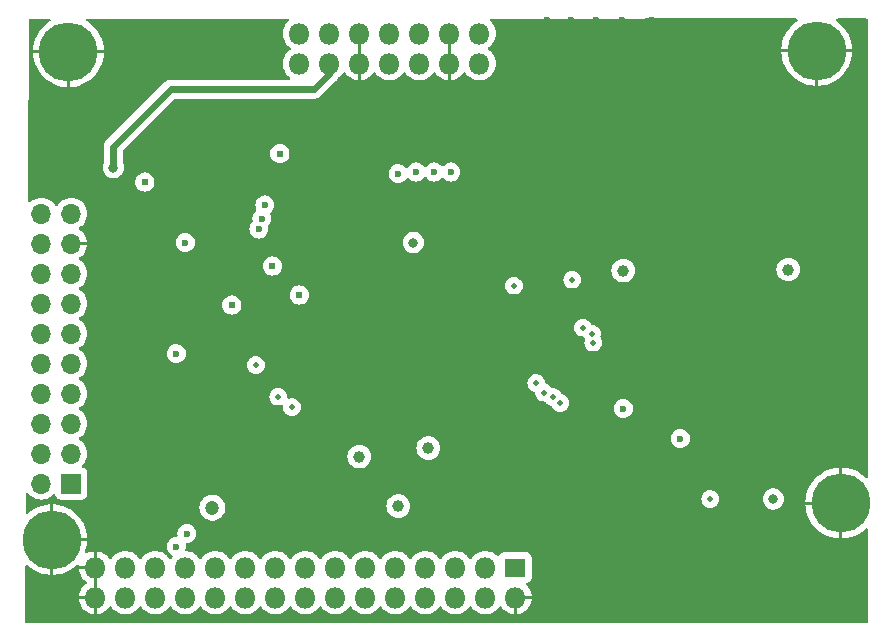
<source format=gbr>
%TF.GenerationSoftware,KiCad,Pcbnew,8.0.6*%
%TF.CreationDate,2024-11-23T19:50:46+06:00*%
%TF.ProjectId,sicomm_slaveboard_BK4819_v2,7369636f-6d6d-45f7-936c-617665626f61,rev?*%
%TF.SameCoordinates,Original*%
%TF.FileFunction,Copper,L2,Inr*%
%TF.FilePolarity,Positive*%
%FSLAX46Y46*%
G04 Gerber Fmt 4.6, Leading zero omitted, Abs format (unit mm)*
G04 Created by KiCad (PCBNEW 8.0.6) date 2024-11-23 19:50:46*
%MOMM*%
%LPD*%
G01*
G04 APERTURE LIST*
%TA.AperFunction,ComponentPad*%
%ADD10O,1.800000X1.800000*%
%TD*%
%TA.AperFunction,ComponentPad*%
%ADD11O,1.700000X1.700000*%
%TD*%
%TA.AperFunction,ComponentPad*%
%ADD12R,1.700000X1.700000*%
%TD*%
%TA.AperFunction,ComponentPad*%
%ADD13R,1.800000X1.574800*%
%TD*%
%TA.AperFunction,ComponentPad*%
%ADD14O,5.000000X5.000000*%
%TD*%
%TA.AperFunction,ViaPad*%
%ADD15C,0.600000*%
%TD*%
%TA.AperFunction,ViaPad*%
%ADD16C,0.500000*%
%TD*%
%TA.AperFunction,ViaPad*%
%ADD17C,1.200000*%
%TD*%
%TA.AperFunction,ViaPad*%
%ADD18C,1.000000*%
%TD*%
%TA.AperFunction,ViaPad*%
%ADD19C,0.800000*%
%TD*%
%TA.AperFunction,ViaPad*%
%ADD20C,0.620000*%
%TD*%
%TA.AperFunction,Conductor*%
%ADD21C,0.600000*%
%TD*%
G04 APERTURE END LIST*
D10*
%TO.N,N/C*%
%TO.C,JP3*%
X13333200Y12481100D03*
X13333200Y15021100D03*
%TO.N,MODR*%
X15873200Y12481100D03*
%TO.N,N/C*%
X15873200Y15021100D03*
%TO.N,GND*%
X18413200Y12481100D03*
X18413200Y15021100D03*
%TO.N,LINP*%
X20953200Y12481100D03*
%TO.N,LINN*%
X20953200Y15021100D03*
%TO.N,RINN*%
X23493200Y12481100D03*
%TO.N,RINP*%
X23493200Y15021100D03*
%TO.N,GND*%
X26033200Y12481100D03*
X26033200Y15021100D03*
%TO.N,N/C*%
X28573200Y12481100D03*
X28573200Y15021100D03*
%TD*%
D11*
%TO.N,PE4259_CTL_LMX_CE*%
%TO.C,JP2*%
X-8510800Y-218900D03*
%TO.N,N/C*%
X-5970800Y-218900D03*
X-8510800Y-2758900D03*
%TO.N,GND*%
X-5970800Y-2758900D03*
%TO.N,N/C*%
X-8510800Y-5298900D03*
X-5970800Y-5298900D03*
%TO.N,R28_1*%
X-8510800Y-7838900D03*
%TO.N,N/C*%
X-5970800Y-7838900D03*
%TO.N,MSPI_MOSI*%
X-8510800Y-10378900D03*
%TO.N,R26_2*%
X-5970800Y-10378900D03*
%TO.N,MSPI_MISO*%
X-8510800Y-12918900D03*
%TO.N,MSPI_SCLK*%
X-5970800Y-12918900D03*
%TO.N,MSPI_CS1*%
X-8510800Y-15458900D03*
%TO.N,N/C*%
X-5970800Y-15458900D03*
%TO.N,LD_SPI3_CS*%
X-8510800Y-17998900D03*
%TO.N,SPI3_SCK*%
X-5970800Y-17998900D03*
%TO.N,N/C*%
X-8510800Y-20538900D03*
%TO.N,SPI3_MOSI*%
X-5970800Y-20538900D03*
%TO.N,TX_PDN*%
X-8510800Y-23078900D03*
D12*
%TO.N,RX_PDN*%
X-5970800Y-23078700D03*
%TD*%
D10*
%TO.N,GND*%
%TO.C,JP1*%
X-3938800Y-32730900D03*
X-3938800Y-30190900D03*
%TO.N,VBAT*%
X-1398800Y-32730900D03*
X-1398800Y-30190900D03*
%TO.N,N/C*%
X1141200Y-32730900D03*
X1141200Y-30190900D03*
X3681200Y-32730900D03*
X3681200Y-30190900D03*
X6221200Y-32730900D03*
X6221200Y-30190900D03*
X8761200Y-32730900D03*
X8761200Y-30190900D03*
X11301200Y-32730900D03*
X11301200Y-30190900D03*
X13841200Y-32730900D03*
X13841200Y-30190900D03*
X16381200Y-32730900D03*
X16381200Y-30190900D03*
X18921200Y-32730900D03*
X18921200Y-30190900D03*
X21461200Y-32730900D03*
X21461200Y-30190900D03*
X24001200Y-32730900D03*
X24001200Y-30190900D03*
X26541200Y-32730900D03*
X26541200Y-30190900D03*
X29081200Y-32730900D03*
X29081200Y-30190900D03*
%TO.N,GND*%
X31621200Y-32730900D03*
D13*
%TO.N,R27_2*%
X31621200Y-30190700D03*
%TD*%
D14*
%TO.N,GND*%
%TO.C,Pad_gge111627*%
X-6223000Y13499100D03*
%TD*%
%TO.N,GND*%
%TO.C,Pad_gge189569*%
X57150000Y13589000D03*
%TD*%
%TO.N,GND*%
%TO.C,Pad_gge290440*%
X59182000Y-24727900D03*
%TD*%
%TO.N,GND*%
%TO.C,Pad_gge303765*%
X-7620000Y-27813000D03*
%TD*%
D15*
%TO.N,GND*%
X2451636Y2158100D03*
D16*
X31623000Y-12154900D03*
X31623000Y-11265900D03*
X31623000Y-10376900D03*
X31623000Y-9487900D03*
X31623000Y-8598900D03*
X33147000Y-8598900D03*
X33147000Y-9487900D03*
X33147000Y-10376900D03*
X33147000Y-11265900D03*
X33147000Y-12154900D03*
X34544000Y-12154900D03*
X34544000Y-11265900D03*
X34544000Y-10376900D03*
X34544000Y-9487900D03*
X34544000Y-8598900D03*
%TO.N,U23_36*%
X33401000Y-14567900D03*
%TO.N,U23_37*%
X34036000Y-15367000D03*
%TO.N,U23_38*%
X34798000Y-15748000D03*
%TO.N,U23_39*%
X35433000Y-16256000D03*
D15*
%TO.N,U23_36*%
X26162000Y3302000D03*
%TO.N,U23_37*%
X24765000Y3302000D03*
%TO.N,U23_38*%
X23241000Y3302000D03*
%TO.N,U23_39*%
X21717000Y3175000D03*
D16*
%TO.N,VCC_LO*%
X31496000Y-6312900D03*
%TO.N,MSPI_CS1*%
X12700000Y-16599900D03*
%TO.N,MSPI_MISO*%
X11557000Y-15710900D03*
%TO.N,MSPI_SCLK*%
X9652000Y-13043900D03*
D17*
%TO.N,VBAT*%
X5969000Y-25108900D03*
D18*
%TO.N,A3V3_3811*%
X21717000Y-24981900D03*
X24257000Y-20066000D03*
D16*
%TO.N,VCC_LO*%
X36449000Y-5804900D03*
D15*
%TO.N,U44_8*%
X2921000Y-28410900D03*
D16*
X48133000Y-24384000D03*
D15*
%TO.N,U44_5*%
X3810000Y-27305000D03*
X45593000Y-19266900D03*
D18*
%TO.N,A3V3_3811*%
X40767000Y-5042900D03*
X54737000Y-4953000D03*
%TO.N,A3V3_4819*%
X18415000Y-20790900D03*
D19*
%TO.N,MODR*%
X-2413000Y3683000D03*
D16*
%TO.N,VCC_RXIF*%
X38227000Y-11138900D03*
%TO.N,VCC_LNA*%
X38100000Y-10376900D03*
%TO.N,VCC_RF*%
X37338000Y-9868900D03*
D15*
%TO.N,GND*%
X56261000Y-28283900D03*
X54737000Y-28283900D03*
D18*
X52400000Y-27902900D03*
D15*
X56388000Y-32728900D03*
X54991000Y-32728900D03*
X53721000Y-32855900D03*
X50927000Y-27902900D03*
X49530000Y-27902900D03*
X47879000Y-27902900D03*
D18*
X45800000Y-27648900D03*
X46228000Y-26101000D03*
D15*
X50673000Y-23584900D03*
X49657000Y-26543000D03*
X52197000Y-26543000D03*
X55372000Y-24727900D03*
X56007000Y-26543000D03*
X54356000Y-26543000D03*
X52324000Y-32982900D03*
X50927000Y-32982900D03*
X49911000Y-33871900D03*
X48260000Y-33871900D03*
X46736000Y-33871900D03*
X44831000Y-33871900D03*
X34163000Y-33655000D03*
X39624000Y-26924000D03*
X34290000Y-31623000D03*
X34163000Y-29718000D03*
X34290000Y-27940000D03*
X42926000Y-20320000D03*
X44450000Y-20320000D03*
X45974000Y-20320000D03*
X61214000Y-21336000D03*
X61087000Y-19177000D03*
X61087000Y-16980900D03*
X61087000Y-14605000D03*
X61087000Y-12700000D03*
X61087000Y-10414000D03*
X60960000Y-8255000D03*
X61087000Y-6096000D03*
X61214000Y-3937000D03*
X57531000Y-15075900D03*
X57531000Y-13932900D03*
X57785000Y-12573000D03*
X57785000Y-11176000D03*
X57785000Y-9652000D03*
X57658000Y-7366000D03*
X57658000Y-5969000D03*
X53975000Y-1905000D03*
X52070000Y-1905000D03*
X44196000Y-1740900D03*
X41656000Y-1740900D03*
X39878000Y-1740900D03*
X55372000Y-15456900D03*
X55626000Y-14059900D03*
X51181000Y-7874000D03*
X49657000Y-7874000D03*
X47371000Y-7874000D03*
X45974000Y-6985000D03*
X54737000Y-3429000D03*
X52705000Y-3556000D03*
X50673000Y-3556000D03*
X48768000Y-3683000D03*
X41910000Y-11011900D03*
X41910000Y-12700000D03*
X41783000Y-14097000D03*
X41656000Y-15583900D03*
X49276000Y-18123900D03*
X50292000Y-13297900D03*
X50292000Y-12154900D03*
X48514000Y-12154900D03*
X46863000Y-12408900D03*
X44704000Y-12281900D03*
X43307000Y-14097000D03*
X45974000Y-15456900D03*
X49657000Y-15494000D03*
X47371000Y-14859000D03*
X45085000Y-13932900D03*
X48260000Y-13932900D03*
X35052000Y-17907000D03*
X39116000Y-15964900D03*
X38227000Y-16764000D03*
X37338000Y-17488900D03*
X36195000Y-18415000D03*
X35179000Y-19431000D03*
X25654000Y-21044900D03*
X25654000Y-19304000D03*
X27178000Y-19177000D03*
X29464000Y-19050000D03*
X29083000Y-8852900D03*
X27559000Y-8852900D03*
X19050000Y-11049000D03*
X17653000Y-12446000D03*
X16002000Y-13043900D03*
X14732000Y-11900900D03*
X13970000Y-10795000D03*
X-1651000Y-15329900D03*
X3302000Y-22225000D03*
X5969000Y-23114000D03*
X7239000Y-21463000D03*
X10160000Y-22733000D03*
X8382000Y-19558000D03*
X10160000Y-19939000D03*
X11938000Y-20155900D03*
X14097000Y-20028900D03*
X16129000Y-19812000D03*
X12192000Y-22695900D03*
X13716000Y-22695900D03*
X19304000Y-15964900D03*
X17399000Y-10376900D03*
X16256000Y-9017000D03*
X15748000Y-10249900D03*
X27305000Y-5423900D03*
X28448000Y-4445000D03*
X29845000Y-4407900D03*
X29845000Y-5804900D03*
X27940000Y-6947900D03*
X28575000Y-851900D03*
X27178000Y-851900D03*
X17272000Y8546100D03*
X17145000Y6895100D03*
X16891000Y4990100D03*
X17145000Y2704100D03*
X30607000Y-20409900D03*
X33147000Y-19266900D03*
X53340000Y16039100D03*
X49784000Y16039100D03*
X46609000Y9689100D03*
X43180000Y16166100D03*
X46228000Y16039100D03*
X40640000Y16166100D03*
X38481000Y16166100D03*
X36322000Y16166100D03*
X34290000Y16166100D03*
X28956000Y6477000D03*
X30353000Y5207000D03*
X28702000Y2921000D03*
X28575000Y1270000D03*
X39243000Y799100D03*
X41529000Y1942100D03*
X49784000Y2794000D03*
X47752000Y2286000D03*
X59944000Y15912100D03*
X381000Y14261100D03*
X4699000Y14515100D03*
X8509000Y15023100D03*
X-7366000Y9562100D03*
X-8255000Y7403100D03*
X-8890000Y4609100D03*
X-8128000Y-32347900D03*
X-6477000Y-33363900D03*
X35687000Y127000D03*
X39751000Y5334000D03*
X41529000Y3847100D03*
X44196000Y3339100D03*
X45847000Y381000D03*
X762000Y11049000D03*
X3302000Y11811000D03*
X6096000Y11938000D03*
X8509000Y11938000D03*
X10795000Y11938000D03*
X-5334000Y1561100D03*
X-1270000Y-10541000D03*
X38989000Y3175000D03*
X36195000Y1524000D03*
X41529000Y-3556000D03*
X39243000Y-3645900D03*
X51562000Y-21552900D03*
D19*
X59182000Y-19177000D03*
D16*
X49784000Y-21552900D03*
D20*
%TO.N,A3V3_4819*%
X7620000Y-7963900D03*
%TO.N,BK4819_18*%
X11049000Y-4661900D03*
%TO.N,PE4259_CTL_LMX_CE*%
X11684000Y4863100D03*
D15*
%TO.N,SPI3_MOSI*%
X10414000Y508000D03*
%TO.N,LD_SPI3_CS*%
X10160000Y-635000D03*
%TO.N,SPI3_SCK*%
X9906000Y-1524000D03*
%TO.N,A3V3_4819*%
X3683000Y-2667000D03*
D20*
X254000Y2450100D03*
D15*
%TO.N,GND*%
X-1524000Y12827000D03*
X-3048000Y11303000D03*
X-4953000Y9017000D03*
X16891000Y10287000D03*
X14859000Y9017000D03*
X12319000Y8890000D03*
X9779000Y8890000D03*
X6858000Y9054100D03*
X4318000Y8927100D03*
X1270000Y6006100D03*
X4191000Y6133100D03*
X7366000Y6133100D03*
X11303000Y6387100D03*
X14859000Y6133100D03*
X13081000Y3085100D03*
X11049000Y3810000D03*
X13589000Y-381000D03*
X889000Y3847100D03*
X508000Y-10287000D03*
X3175000Y-10287000D03*
X1905000Y-8471900D03*
X762000Y-6350000D03*
X-1270000Y-8344900D03*
D20*
%TO.N,A3V3_4819*%
X13335000Y-7112000D03*
D15*
%TO.N,GND*%
X39751000Y-31458900D03*
X32258000Y6006100D03*
X61087000Y-33363900D03*
X59436000Y-33363900D03*
X57785000Y-33363900D03*
X57912000Y-28283900D03*
X59563000Y-28283900D03*
X61214000Y-28283900D03*
X43307000Y-33998900D03*
X41656000Y-33871900D03*
X40640000Y-32728900D03*
X39624000Y-29807900D03*
X39624000Y-28410900D03*
X57404000Y-3429000D03*
X56134000Y-1905000D03*
D16*
X7620000Y-4027200D03*
X7620000Y-3010900D03*
X8636000Y-3010900D03*
X8636000Y-4026900D03*
X8636000Y-5042900D03*
X7620000Y-5042900D03*
X6604000Y-3010900D03*
X6604000Y-4027200D03*
X6604000Y-5042900D03*
D15*
%TO.N,A3V3_3811*%
X40767000Y-16726900D03*
%TO.N,MSPI_MOSI*%
X2921000Y-12065000D03*
D19*
%TO.N,C103_1*%
X22987000Y-2667000D03*
X53467000Y-24384000D03*
D15*
%TO.N,GND*%
X14859000Y0D03*
X17526000Y-4318000D03*
X19812000Y-3937000D03*
X20955000Y-4064000D03*
X2413000Y1143000D03*
X54229000Y-7747000D03*
X13843000Y-9398000D03*
X17399000Y-8763000D03*
X27940000Y-14986000D03*
X28829000Y-14097000D03*
D19*
X8001000Y-26289000D03*
D15*
X254000Y-26162000D03*
X34417000Y1651000D03*
D19*
X31496000Y1524000D03*
D15*
X31496000Y3175000D03*
X35814000Y-26797000D03*
X37846000Y-26797000D03*
X40132000Y-22860000D03*
X41148000Y-21336000D03*
X59563000Y-2042000D03*
X60960000Y-2032000D03*
X58039000Y-2032000D03*
X58166000Y3048000D03*
X59690000Y3038000D03*
X61087000Y3048000D03*
X50038000Y-1778000D03*
X47752000Y-1905000D03*
X46482000Y-3683000D03*
X56388000Y2794000D03*
X53975000Y2794000D03*
X51816000Y2794000D03*
X37719000Y-2540000D03*
X43815000Y-3556000D03*
X51181000Y-6223000D03*
X49530000Y-6223000D03*
X47371000Y-6223000D03*
X44196000Y-7366000D03*
X51689000Y-14478000D03*
X51562000Y-16129000D03*
X51562000Y-17653000D03*
X51562000Y-19050000D03*
X48133000Y-16383000D03*
X46355000Y-17780000D03*
X44069000Y-16002000D03*
X37719000Y-1016000D03*
X37338000Y508000D03*
X28956000Y9017000D03*
X29083000Y10668000D03*
X27178000Y889000D03*
X27305000Y2667000D03*
X27305000Y4699000D03*
X27305000Y6604000D03*
X27178000Y8636000D03*
D17*
X27178000Y10541000D03*
D15*
X19304000Y9652000D03*
X19939000Y7366000D03*
X19812000Y4699000D03*
X20193000Y2921000D03*
X18796000Y2159000D03*
X17145000Y1270000D03*
X14605000Y1905000D03*
D18*
X-500000Y-6000000D03*
D15*
X-2159000Y-5715000D03*
X-3175000Y-4826000D03*
X-3937000Y-3556000D03*
X-3937000Y-2159000D03*
X-3937000Y-381000D03*
X-4064000Y1651000D03*
X-4064000Y3683000D03*
X-3556000Y6477000D03*
X-1905000Y8001000D03*
X-635000Y9271000D03*
X4699000Y127000D03*
X2507488Y3758100D03*
X3683000Y1778000D03*
X5588000Y1778000D03*
X7493000Y1651000D03*
X9144000Y1651000D03*
X21844000Y-8128000D03*
X21844000Y-6477000D03*
X25527000Y-23876000D03*
X27178000Y-23876000D03*
X29083000Y-23876000D03*
X30988000Y-23495000D03*
X32512000Y-22098000D03*
X33782000Y-20828000D03*
X28321000Y-22098000D03*
X28575000Y-20701000D03*
X20447000Y-14986000D03*
X21590000Y-13716000D03*
X22098000Y-15113000D03*
X21971000Y-17018000D03*
X21971000Y-18796000D03*
X21971000Y-20828000D03*
X21971000Y-22733000D03*
X4699000Y-11557000D03*
X508000Y-12319000D03*
X508000Y-15367000D03*
X2794000Y-15367000D03*
X-3429000Y-15367000D03*
X5080000Y-20574000D03*
X6858000Y-18288000D03*
X35433000Y10922000D03*
X37973000Y10795000D03*
X41021000Y10668000D03*
X46355000Y12065000D03*
X53594000Y9398000D03*
X48387000Y7112000D03*
X41529000Y7747000D03*
X36068000Y8128000D03*
X37084000Y12827000D03*
X42926000Y13462000D03*
X49784000Y13462000D03*
X51435000Y11176000D03*
X51689000Y5969000D03*
X50292000Y9525000D03*
X32385000Y12954000D03*
X32004000Y9906000D03*
X31242000Y8128000D03*
X47117000Y4699000D03*
X38354000Y6604000D03*
X36322000Y4572000D03*
X54737000Y5842000D03*
X56896000Y9779000D03*
X55372000Y-22987000D03*
X55372000Y-21336000D03*
X57277000Y-20447000D03*
X42672000Y508000D03*
X44450000Y7366000D03*
X2032000Y-26289000D03*
X20447000Y-9525000D03*
X12446000Y-13335000D03*
X13716000Y-15113000D03*
X8382000Y-9652000D03*
X7366000Y-10668000D03*
X6350000Y-12065000D03*
X9398000Y-15621000D03*
X3302000Y-7747000D03*
X5461000Y-9398000D03*
X2667000Y-6223000D03*
X36830000Y-29718000D03*
X36957000Y-32004000D03*
X37084000Y-34290000D03*
X19939000Y-7620000D03*
%TD*%
D21*
%TO.N,MODR*%
X-2413000Y3682000D02*
X-2413000Y5460000D01*
X-2413000Y5460000D02*
X2451100Y10324100D01*
X2451100Y10324100D02*
X14605000Y10324100D01*
X14605000Y10324100D02*
X15872500Y11591500D01*
X15872500Y11591500D02*
X15872500Y12480500D01*
%TD*%
%TA.AperFunction,Conductor*%
%TO.N,GND*%
G36*
X61420121Y16280598D02*
G01*
X61466614Y16226942D01*
X61478000Y16174600D01*
X61478000Y-22472865D01*
X61457998Y-22540986D01*
X61404342Y-22587479D01*
X61334068Y-22597583D01*
X61269488Y-22568089D01*
X61260351Y-22559332D01*
X61244141Y-22542150D01*
X60976453Y-22317534D01*
X60684493Y-22125509D01*
X60372209Y-21968673D01*
X60043847Y-21849159D01*
X60043842Y-21849158D01*
X59703811Y-21768568D01*
X59703805Y-21768567D01*
X59356727Y-21728000D01*
X59309000Y-21728000D01*
X59309000Y-23229317D01*
X59300053Y-23227900D01*
X59063947Y-23227900D01*
X59055000Y-23229317D01*
X59055000Y-21728000D01*
X59007273Y-21728000D01*
X58660194Y-21768567D01*
X58660188Y-21768568D01*
X58320157Y-21849158D01*
X58320152Y-21849159D01*
X57991790Y-21968673D01*
X57679506Y-22125509D01*
X57387546Y-22317534D01*
X57119857Y-22542152D01*
X57119851Y-22542157D01*
X56880049Y-22796332D01*
X56880049Y-22796333D01*
X56671382Y-23076618D01*
X56671365Y-23076645D01*
X56496649Y-23379263D01*
X56496646Y-23379268D01*
X56358242Y-23700127D01*
X56358240Y-23700133D01*
X56258016Y-24034902D01*
X56197334Y-24379047D01*
X56197334Y-24379053D01*
X56184413Y-24600899D01*
X56184413Y-24600900D01*
X57683417Y-24600900D01*
X57682000Y-24609847D01*
X57682000Y-24845953D01*
X57683417Y-24854900D01*
X56184413Y-24854900D01*
X56197334Y-25076746D01*
X56197334Y-25076752D01*
X56258016Y-25420897D01*
X56358240Y-25755666D01*
X56358242Y-25755672D01*
X56496646Y-26076531D01*
X56496649Y-26076536D01*
X56671365Y-26379154D01*
X56671382Y-26379181D01*
X56880049Y-26659466D01*
X56880049Y-26659467D01*
X57119851Y-26913642D01*
X57119857Y-26913647D01*
X57387546Y-27138265D01*
X57679506Y-27330290D01*
X57991790Y-27487126D01*
X58320152Y-27606640D01*
X58320157Y-27606641D01*
X58660188Y-27687231D01*
X58660194Y-27687232D01*
X59007273Y-27727800D01*
X59055000Y-27727800D01*
X59055000Y-26226482D01*
X59063947Y-26227900D01*
X59300053Y-26227900D01*
X59309000Y-26226482D01*
X59309000Y-27727800D01*
X59356727Y-27727800D01*
X59703805Y-27687232D01*
X59703811Y-27687231D01*
X60043842Y-27606641D01*
X60043847Y-27606640D01*
X60372209Y-27487126D01*
X60684493Y-27330290D01*
X60976453Y-27138265D01*
X61244140Y-26913650D01*
X61260349Y-26896469D01*
X61321645Y-26860645D01*
X61392578Y-26863647D01*
X61450628Y-26904521D01*
X61477364Y-26970291D01*
X61478000Y-26982934D01*
X61478000Y-34769400D01*
X61457998Y-34837521D01*
X61404342Y-34884014D01*
X61352000Y-34895400D01*
X-9782933Y-34895400D01*
X-9851054Y-34875398D01*
X-9897547Y-34821742D01*
X-9908930Y-34768485D01*
X-9900398Y-33593681D01*
X-9875068Y-30106151D01*
X-9854571Y-30038180D01*
X-9800580Y-29992078D01*
X-9730234Y-29982485D01*
X-9668080Y-30010548D01*
X-9414459Y-30223362D01*
X-9122494Y-30415390D01*
X-8810210Y-30572226D01*
X-8481848Y-30691740D01*
X-8481843Y-30691741D01*
X-8141812Y-30772331D01*
X-8141806Y-30772332D01*
X-7794727Y-30812900D01*
X-7747000Y-30812900D01*
X-7747000Y-29311582D01*
X-7738053Y-29313000D01*
X-7501947Y-29313000D01*
X-7493000Y-29311582D01*
X-7493000Y-30812900D01*
X-7445273Y-30812900D01*
X-7098195Y-30772332D01*
X-7098189Y-30772331D01*
X-6758158Y-30691741D01*
X-6758153Y-30691740D01*
X-6429791Y-30572226D01*
X-6117507Y-30415390D01*
X-5825547Y-30223365D01*
X-5557859Y-29998749D01*
X-5552346Y-29992905D01*
X-5491053Y-29957076D01*
X-5420119Y-29960073D01*
X-5362067Y-30000943D01*
X-5339234Y-30057101D01*
X-5332975Y-30063900D01*
X-4422408Y-30063900D01*
X-4438800Y-30125074D01*
X-4438800Y-30256726D01*
X-4422408Y-30317900D01*
X-5332975Y-30317900D01*
X-5324339Y-30422113D01*
X-5267390Y-30647001D01*
X-5267387Y-30647008D01*
X-5174196Y-30859461D01*
X-5047307Y-31053679D01*
X-4890179Y-31224367D01*
X-4714032Y-31361468D01*
X-4672561Y-31419093D01*
X-4668827Y-31489992D01*
X-4704017Y-31551654D01*
X-4714032Y-31560332D01*
X-4890179Y-31697432D01*
X-5047307Y-31868120D01*
X-5174196Y-32062338D01*
X-5267387Y-32274791D01*
X-5267390Y-32274798D01*
X-5324339Y-32499686D01*
X-5332975Y-32603900D01*
X-4422408Y-32603900D01*
X-4438800Y-32665074D01*
X-4438800Y-32796726D01*
X-4422408Y-32857900D01*
X-5332975Y-32857900D01*
X-5324339Y-32962113D01*
X-5267390Y-33187001D01*
X-5267387Y-33187008D01*
X-5174196Y-33399461D01*
X-5047307Y-33593679D01*
X-4890179Y-33764367D01*
X-4707098Y-33906865D01*
X-4707097Y-33906866D01*
X-4503061Y-34017285D01*
X-4503058Y-34017286D01*
X-4283638Y-34092613D01*
X-4283629Y-34092615D01*
X-4065801Y-34128963D01*
X-4065800Y-34128963D01*
X-4065800Y-33214508D01*
X-4004626Y-33230900D01*
X-3872974Y-33230900D01*
X-3811800Y-33214508D01*
X-3811800Y-34128963D01*
X-3593972Y-34092615D01*
X-3593963Y-34092613D01*
X-3374543Y-34017286D01*
X-3374540Y-34017285D01*
X-3170504Y-33906866D01*
X-3170503Y-33906865D01*
X-2987422Y-33764367D01*
X-2830295Y-33593681D01*
X-2774583Y-33508406D01*
X-2720580Y-33462317D01*
X-2650232Y-33452741D01*
X-2585874Y-33482717D01*
X-2563617Y-33508402D01*
X-2507699Y-33593991D01*
X-2350858Y-33764367D01*
X-2350515Y-33764739D01*
X-2228724Y-33859532D01*
X-2167910Y-33906866D01*
X-2167371Y-33907285D01*
X-1963262Y-34017744D01*
X-1743756Y-34093100D01*
X-1514840Y-34131300D01*
X-1514836Y-34131300D01*
X-1282764Y-34131300D01*
X-1282760Y-34131300D01*
X-1053844Y-34093100D01*
X-834338Y-34017744D01*
X-630229Y-33907285D01*
X-447085Y-33764739D01*
X-289901Y-33593991D01*
X-234282Y-33508859D01*
X-180279Y-33462773D01*
X-109931Y-33453198D01*
X-45574Y-33483176D01*
X-23320Y-33508857D01*
X32301Y-33593991D01*
X189142Y-33764367D01*
X189485Y-33764739D01*
X311276Y-33859532D01*
X372090Y-33906866D01*
X372629Y-33907285D01*
X576738Y-34017744D01*
X796244Y-34093100D01*
X1025160Y-34131300D01*
X1025164Y-34131300D01*
X1257236Y-34131300D01*
X1257240Y-34131300D01*
X1486156Y-34093100D01*
X1705662Y-34017744D01*
X1909771Y-33907285D01*
X2092915Y-33764739D01*
X2250099Y-33593991D01*
X2305718Y-33508859D01*
X2359721Y-33462773D01*
X2430069Y-33453198D01*
X2494426Y-33483176D01*
X2516680Y-33508857D01*
X2572301Y-33593991D01*
X2729142Y-33764367D01*
X2729485Y-33764739D01*
X2851276Y-33859532D01*
X2912090Y-33906866D01*
X2912629Y-33907285D01*
X3116738Y-34017744D01*
X3336244Y-34093100D01*
X3565160Y-34131300D01*
X3565164Y-34131300D01*
X3797236Y-34131300D01*
X3797240Y-34131300D01*
X4026156Y-34093100D01*
X4245662Y-34017744D01*
X4449771Y-33907285D01*
X4632915Y-33764739D01*
X4790099Y-33593991D01*
X4845718Y-33508859D01*
X4899721Y-33462773D01*
X4970069Y-33453198D01*
X5034426Y-33483176D01*
X5056680Y-33508857D01*
X5112301Y-33593991D01*
X5269142Y-33764367D01*
X5269485Y-33764739D01*
X5391276Y-33859532D01*
X5452090Y-33906866D01*
X5452629Y-33907285D01*
X5656738Y-34017744D01*
X5876244Y-34093100D01*
X6105160Y-34131300D01*
X6105164Y-34131300D01*
X6337236Y-34131300D01*
X6337240Y-34131300D01*
X6566156Y-34093100D01*
X6785662Y-34017744D01*
X6989771Y-33907285D01*
X7172915Y-33764739D01*
X7330099Y-33593991D01*
X7385718Y-33508859D01*
X7439721Y-33462773D01*
X7510069Y-33453198D01*
X7574426Y-33483176D01*
X7596680Y-33508857D01*
X7652301Y-33593991D01*
X7809142Y-33764367D01*
X7809485Y-33764739D01*
X7931276Y-33859532D01*
X7992090Y-33906866D01*
X7992629Y-33907285D01*
X8196738Y-34017744D01*
X8416244Y-34093100D01*
X8645160Y-34131300D01*
X8645164Y-34131300D01*
X8877236Y-34131300D01*
X8877240Y-34131300D01*
X9106156Y-34093100D01*
X9325662Y-34017744D01*
X9529771Y-33907285D01*
X9712915Y-33764739D01*
X9870099Y-33593991D01*
X9925718Y-33508859D01*
X9979721Y-33462773D01*
X10050069Y-33453198D01*
X10114426Y-33483176D01*
X10136680Y-33508857D01*
X10192301Y-33593991D01*
X10349142Y-33764367D01*
X10349485Y-33764739D01*
X10471276Y-33859532D01*
X10532090Y-33906866D01*
X10532629Y-33907285D01*
X10736738Y-34017744D01*
X10956244Y-34093100D01*
X11185160Y-34131300D01*
X11185164Y-34131300D01*
X11417236Y-34131300D01*
X11417240Y-34131300D01*
X11646156Y-34093100D01*
X11865662Y-34017744D01*
X12069771Y-33907285D01*
X12252915Y-33764739D01*
X12410099Y-33593991D01*
X12465718Y-33508859D01*
X12519721Y-33462773D01*
X12590069Y-33453198D01*
X12654426Y-33483176D01*
X12676680Y-33508857D01*
X12732301Y-33593991D01*
X12889142Y-33764367D01*
X12889485Y-33764739D01*
X13011276Y-33859532D01*
X13072090Y-33906866D01*
X13072629Y-33907285D01*
X13276738Y-34017744D01*
X13496244Y-34093100D01*
X13725160Y-34131300D01*
X13725164Y-34131300D01*
X13957236Y-34131300D01*
X13957240Y-34131300D01*
X14186156Y-34093100D01*
X14405662Y-34017744D01*
X14609771Y-33907285D01*
X14792915Y-33764739D01*
X14950099Y-33593991D01*
X15005718Y-33508859D01*
X15059721Y-33462773D01*
X15130069Y-33453198D01*
X15194426Y-33483176D01*
X15216680Y-33508857D01*
X15272301Y-33593991D01*
X15429142Y-33764367D01*
X15429485Y-33764739D01*
X15551276Y-33859532D01*
X15612090Y-33906866D01*
X15612629Y-33907285D01*
X15816738Y-34017744D01*
X16036244Y-34093100D01*
X16265160Y-34131300D01*
X16265164Y-34131300D01*
X16497236Y-34131300D01*
X16497240Y-34131300D01*
X16726156Y-34093100D01*
X16945662Y-34017744D01*
X17149771Y-33907285D01*
X17332915Y-33764739D01*
X17490099Y-33593991D01*
X17545718Y-33508859D01*
X17599721Y-33462773D01*
X17670069Y-33453198D01*
X17734426Y-33483176D01*
X17756680Y-33508857D01*
X17812301Y-33593991D01*
X17969142Y-33764367D01*
X17969485Y-33764739D01*
X18091276Y-33859532D01*
X18152090Y-33906866D01*
X18152629Y-33907285D01*
X18356738Y-34017744D01*
X18576244Y-34093100D01*
X18805160Y-34131300D01*
X18805164Y-34131300D01*
X19037236Y-34131300D01*
X19037240Y-34131300D01*
X19266156Y-34093100D01*
X19485662Y-34017744D01*
X19689771Y-33907285D01*
X19872915Y-33764739D01*
X20030099Y-33593991D01*
X20085718Y-33508859D01*
X20139721Y-33462773D01*
X20210069Y-33453198D01*
X20274426Y-33483176D01*
X20296680Y-33508857D01*
X20352301Y-33593991D01*
X20509142Y-33764367D01*
X20509485Y-33764739D01*
X20631276Y-33859532D01*
X20692090Y-33906866D01*
X20692629Y-33907285D01*
X20896738Y-34017744D01*
X21116244Y-34093100D01*
X21345160Y-34131300D01*
X21345164Y-34131300D01*
X21577236Y-34131300D01*
X21577240Y-34131300D01*
X21806156Y-34093100D01*
X22025662Y-34017744D01*
X22229771Y-33907285D01*
X22412915Y-33764739D01*
X22570099Y-33593991D01*
X22625718Y-33508859D01*
X22679721Y-33462773D01*
X22750069Y-33453198D01*
X22814426Y-33483176D01*
X22836680Y-33508857D01*
X22892301Y-33593991D01*
X23049142Y-33764367D01*
X23049485Y-33764739D01*
X23171276Y-33859532D01*
X23232090Y-33906866D01*
X23232629Y-33907285D01*
X23436738Y-34017744D01*
X23656244Y-34093100D01*
X23885160Y-34131300D01*
X23885164Y-34131300D01*
X24117236Y-34131300D01*
X24117240Y-34131300D01*
X24346156Y-34093100D01*
X24565662Y-34017744D01*
X24769771Y-33907285D01*
X24952915Y-33764739D01*
X25110099Y-33593991D01*
X25165718Y-33508859D01*
X25219721Y-33462773D01*
X25290069Y-33453198D01*
X25354426Y-33483176D01*
X25376680Y-33508857D01*
X25432301Y-33593991D01*
X25589142Y-33764367D01*
X25589485Y-33764739D01*
X25711276Y-33859532D01*
X25772090Y-33906866D01*
X25772629Y-33907285D01*
X25976738Y-34017744D01*
X26196244Y-34093100D01*
X26425160Y-34131300D01*
X26425164Y-34131300D01*
X26657236Y-34131300D01*
X26657240Y-34131300D01*
X26886156Y-34093100D01*
X27105662Y-34017744D01*
X27309771Y-33907285D01*
X27492915Y-33764739D01*
X27650099Y-33593991D01*
X27705718Y-33508859D01*
X27759721Y-33462773D01*
X27830069Y-33453198D01*
X27894426Y-33483176D01*
X27916680Y-33508857D01*
X27972301Y-33593991D01*
X28129142Y-33764367D01*
X28129485Y-33764739D01*
X28251276Y-33859532D01*
X28312090Y-33906866D01*
X28312629Y-33907285D01*
X28516738Y-34017744D01*
X28736244Y-34093100D01*
X28965160Y-34131300D01*
X28965164Y-34131300D01*
X29197236Y-34131300D01*
X29197240Y-34131300D01*
X29426156Y-34093100D01*
X29645662Y-34017744D01*
X29849771Y-33907285D01*
X30032915Y-33764739D01*
X30190099Y-33593991D01*
X30246016Y-33508403D01*
X30300018Y-33462316D01*
X30370366Y-33452741D01*
X30434724Y-33482718D01*
X30456981Y-33508405D01*
X30512693Y-33593679D01*
X30669821Y-33764367D01*
X30852902Y-33906865D01*
X30852903Y-33906866D01*
X31056939Y-34017285D01*
X31056942Y-34017286D01*
X31276362Y-34092613D01*
X31276371Y-34092615D01*
X31494199Y-34128963D01*
X31494200Y-34128963D01*
X31494200Y-33214508D01*
X31555374Y-33230900D01*
X31687026Y-33230900D01*
X31748200Y-33214508D01*
X31748200Y-34128963D01*
X31966028Y-34092615D01*
X31966037Y-34092613D01*
X32185457Y-34017286D01*
X32185460Y-34017285D01*
X32389496Y-33906866D01*
X32389497Y-33906865D01*
X32572578Y-33764367D01*
X32729706Y-33593679D01*
X32856595Y-33399461D01*
X32949786Y-33187008D01*
X32949789Y-33187001D01*
X33006738Y-32962113D01*
X33015375Y-32857900D01*
X32104808Y-32857900D01*
X32121200Y-32796726D01*
X32121200Y-32665074D01*
X32104808Y-32603900D01*
X33015374Y-32603900D01*
X33006738Y-32499686D01*
X32949789Y-32274798D01*
X32949786Y-32274791D01*
X32856595Y-32062338D01*
X32729706Y-31868120D01*
X32572576Y-31697430D01*
X32570915Y-31696137D01*
X32570411Y-31695436D01*
X32568747Y-31693905D01*
X32569062Y-31693562D01*
X32529445Y-31638510D01*
X32525713Y-31567612D01*
X32560905Y-31505951D01*
X32621131Y-31474520D01*
X32620987Y-31473907D01*
X32623400Y-31473336D01*
X32623846Y-31473104D01*
X32625359Y-31472873D01*
X32628659Y-31472093D01*
X32628662Y-31472093D01*
X32763482Y-31421807D01*
X32767108Y-31419093D01*
X32878675Y-31335575D01*
X32964905Y-31220385D01*
X32964905Y-31220384D01*
X32964907Y-31220382D01*
X33015193Y-31085562D01*
X33018588Y-31053990D01*
X33021599Y-31025977D01*
X33021600Y-31025960D01*
X33021600Y-29355439D01*
X33021599Y-29355422D01*
X33015194Y-29295842D01*
X33015192Y-29295834D01*
X32967855Y-29168923D01*
X32964907Y-29161018D01*
X32964906Y-29161016D01*
X32964905Y-29161014D01*
X32878675Y-29045824D01*
X32763485Y-28959594D01*
X32763480Y-28959592D01*
X32628665Y-28909307D01*
X32628657Y-28909305D01*
X32569077Y-28902900D01*
X32569066Y-28902900D01*
X30673334Y-28902900D01*
X30673322Y-28902900D01*
X30613742Y-28909305D01*
X30613734Y-28909307D01*
X30478919Y-28959592D01*
X30478914Y-28959594D01*
X30363724Y-29045824D01*
X30277494Y-29161014D01*
X30273177Y-29168923D01*
X30270429Y-29167422D01*
X30237169Y-29211818D01*
X30170639Y-29236602D01*
X30101271Y-29221484D01*
X30068997Y-29196257D01*
X30032917Y-29157063D01*
X30032916Y-29157062D01*
X30032915Y-29157061D01*
X29951721Y-29093865D01*
X29849773Y-29014516D01*
X29778441Y-28975913D01*
X29645662Y-28904056D01*
X29645658Y-28904054D01*
X29645657Y-28904054D01*
X29426160Y-28828701D01*
X29426153Y-28828699D01*
X29328184Y-28812351D01*
X29197240Y-28790500D01*
X28965160Y-28790500D01*
X28850598Y-28809617D01*
X28736246Y-28828699D01*
X28736239Y-28828701D01*
X28516742Y-28904054D01*
X28516738Y-28904055D01*
X28516738Y-28904056D01*
X28474090Y-28927135D01*
X28312626Y-29014516D01*
X28129482Y-29157063D01*
X27972301Y-29327808D01*
X27972295Y-29327817D01*
X27916682Y-29412938D01*
X27862679Y-29459026D01*
X27792331Y-29468601D01*
X27727973Y-29438623D01*
X27705718Y-29412938D01*
X27650104Y-29327817D01*
X27650101Y-29327812D01*
X27650099Y-29327809D01*
X27528997Y-29196257D01*
X27492917Y-29157063D01*
X27492916Y-29157062D01*
X27492915Y-29157061D01*
X27411721Y-29093865D01*
X27309773Y-29014516D01*
X27238441Y-28975913D01*
X27105662Y-28904056D01*
X27105658Y-28904054D01*
X27105657Y-28904054D01*
X26886160Y-28828701D01*
X26886153Y-28828699D01*
X26788184Y-28812351D01*
X26657240Y-28790500D01*
X26425160Y-28790500D01*
X26310598Y-28809617D01*
X26196246Y-28828699D01*
X26196239Y-28828701D01*
X25976742Y-28904054D01*
X25976738Y-28904055D01*
X25976738Y-28904056D01*
X25934090Y-28927135D01*
X25772626Y-29014516D01*
X25589482Y-29157063D01*
X25432301Y-29327808D01*
X25432295Y-29327817D01*
X25376682Y-29412938D01*
X25322679Y-29459026D01*
X25252331Y-29468601D01*
X25187973Y-29438623D01*
X25165718Y-29412938D01*
X25110104Y-29327817D01*
X25110101Y-29327812D01*
X25110099Y-29327809D01*
X24988997Y-29196257D01*
X24952917Y-29157063D01*
X24952916Y-29157062D01*
X24952915Y-29157061D01*
X24871721Y-29093865D01*
X24769773Y-29014516D01*
X24698441Y-28975913D01*
X24565662Y-28904056D01*
X24565658Y-28904054D01*
X24565657Y-28904054D01*
X24346160Y-28828701D01*
X24346153Y-28828699D01*
X24248184Y-28812351D01*
X24117240Y-28790500D01*
X23885160Y-28790500D01*
X23770598Y-28809617D01*
X23656246Y-28828699D01*
X23656239Y-28828701D01*
X23436742Y-28904054D01*
X23436738Y-28904055D01*
X23436738Y-28904056D01*
X23394090Y-28927135D01*
X23232626Y-29014516D01*
X23049482Y-29157063D01*
X22892301Y-29327808D01*
X22892295Y-29327817D01*
X22836682Y-29412938D01*
X22782679Y-29459026D01*
X22712331Y-29468601D01*
X22647973Y-29438623D01*
X22625718Y-29412938D01*
X22570104Y-29327817D01*
X22570101Y-29327812D01*
X22570099Y-29327809D01*
X22448997Y-29196257D01*
X22412917Y-29157063D01*
X22412916Y-29157062D01*
X22412915Y-29157061D01*
X22331721Y-29093865D01*
X22229773Y-29014516D01*
X22158441Y-28975913D01*
X22025662Y-28904056D01*
X22025658Y-28904054D01*
X22025657Y-28904054D01*
X21806160Y-28828701D01*
X21806153Y-28828699D01*
X21708184Y-28812351D01*
X21577240Y-28790500D01*
X21345160Y-28790500D01*
X21230598Y-28809617D01*
X21116246Y-28828699D01*
X21116239Y-28828701D01*
X20896742Y-28904054D01*
X20896738Y-28904055D01*
X20896738Y-28904056D01*
X20854090Y-28927135D01*
X20692626Y-29014516D01*
X20509482Y-29157063D01*
X20352301Y-29327808D01*
X20352295Y-29327817D01*
X20296682Y-29412938D01*
X20242679Y-29459026D01*
X20172331Y-29468601D01*
X20107973Y-29438623D01*
X20085718Y-29412938D01*
X20030104Y-29327817D01*
X20030101Y-29327812D01*
X20030099Y-29327809D01*
X19908997Y-29196257D01*
X19872917Y-29157063D01*
X19872916Y-29157062D01*
X19872915Y-29157061D01*
X19791721Y-29093865D01*
X19689773Y-29014516D01*
X19618441Y-28975913D01*
X19485662Y-28904056D01*
X19485658Y-28904054D01*
X19485657Y-28904054D01*
X19266160Y-28828701D01*
X19266153Y-28828699D01*
X19168184Y-28812351D01*
X19037240Y-28790500D01*
X18805160Y-28790500D01*
X18690598Y-28809617D01*
X18576246Y-28828699D01*
X18576239Y-28828701D01*
X18356742Y-28904054D01*
X18356738Y-28904055D01*
X18356738Y-28904056D01*
X18314090Y-28927135D01*
X18152626Y-29014516D01*
X17969482Y-29157063D01*
X17812301Y-29327808D01*
X17812295Y-29327817D01*
X17756682Y-29412938D01*
X17702679Y-29459026D01*
X17632331Y-29468601D01*
X17567973Y-29438623D01*
X17545718Y-29412938D01*
X17490104Y-29327817D01*
X17490101Y-29327812D01*
X17490099Y-29327809D01*
X17368997Y-29196257D01*
X17332917Y-29157063D01*
X17332916Y-29157062D01*
X17332915Y-29157061D01*
X17251721Y-29093865D01*
X17149773Y-29014516D01*
X17078441Y-28975913D01*
X16945662Y-28904056D01*
X16945658Y-28904054D01*
X16945657Y-28904054D01*
X16726160Y-28828701D01*
X16726153Y-28828699D01*
X16628184Y-28812351D01*
X16497240Y-28790500D01*
X16265160Y-28790500D01*
X16150598Y-28809617D01*
X16036246Y-28828699D01*
X16036239Y-28828701D01*
X15816742Y-28904054D01*
X15816738Y-28904055D01*
X15816738Y-28904056D01*
X15774090Y-28927135D01*
X15612626Y-29014516D01*
X15429482Y-29157063D01*
X15272301Y-29327808D01*
X15272295Y-29327817D01*
X15216682Y-29412938D01*
X15162679Y-29459026D01*
X15092331Y-29468601D01*
X15027973Y-29438623D01*
X15005718Y-29412938D01*
X14950104Y-29327817D01*
X14950101Y-29327812D01*
X14950099Y-29327809D01*
X14828997Y-29196257D01*
X14792917Y-29157063D01*
X14792916Y-29157062D01*
X14792915Y-29157061D01*
X14711721Y-29093865D01*
X14609773Y-29014516D01*
X14538441Y-28975913D01*
X14405662Y-28904056D01*
X14405658Y-28904054D01*
X14405657Y-28904054D01*
X14186160Y-28828701D01*
X14186153Y-28828699D01*
X14088184Y-28812351D01*
X13957240Y-28790500D01*
X13725160Y-28790500D01*
X13610598Y-28809617D01*
X13496246Y-28828699D01*
X13496239Y-28828701D01*
X13276742Y-28904054D01*
X13276738Y-28904055D01*
X13276738Y-28904056D01*
X13234090Y-28927135D01*
X13072626Y-29014516D01*
X12889482Y-29157063D01*
X12732301Y-29327808D01*
X12732295Y-29327817D01*
X12676682Y-29412938D01*
X12622679Y-29459026D01*
X12552331Y-29468601D01*
X12487973Y-29438623D01*
X12465718Y-29412938D01*
X12410104Y-29327817D01*
X12410101Y-29327812D01*
X12410099Y-29327809D01*
X12288997Y-29196257D01*
X12252917Y-29157063D01*
X12252916Y-29157062D01*
X12252915Y-29157061D01*
X12171721Y-29093865D01*
X12069773Y-29014516D01*
X11998441Y-28975913D01*
X11865662Y-28904056D01*
X11865658Y-28904054D01*
X11865657Y-28904054D01*
X11646160Y-28828701D01*
X11646153Y-28828699D01*
X11548184Y-28812351D01*
X11417240Y-28790500D01*
X11185160Y-28790500D01*
X11070598Y-28809617D01*
X10956246Y-28828699D01*
X10956239Y-28828701D01*
X10736742Y-28904054D01*
X10736738Y-28904055D01*
X10736738Y-28904056D01*
X10694090Y-28927135D01*
X10532626Y-29014516D01*
X10349482Y-29157063D01*
X10192301Y-29327808D01*
X10192295Y-29327817D01*
X10136682Y-29412938D01*
X10082679Y-29459026D01*
X10012331Y-29468601D01*
X9947973Y-29438623D01*
X9925718Y-29412938D01*
X9870104Y-29327817D01*
X9870101Y-29327812D01*
X9870099Y-29327809D01*
X9748997Y-29196257D01*
X9712917Y-29157063D01*
X9712916Y-29157062D01*
X9712915Y-29157061D01*
X9631721Y-29093865D01*
X9529773Y-29014516D01*
X9458441Y-28975913D01*
X9325662Y-28904056D01*
X9325658Y-28904054D01*
X9325657Y-28904054D01*
X9106160Y-28828701D01*
X9106153Y-28828699D01*
X9008184Y-28812351D01*
X8877240Y-28790500D01*
X8645160Y-28790500D01*
X8530598Y-28809617D01*
X8416246Y-28828699D01*
X8416239Y-28828701D01*
X8196742Y-28904054D01*
X8196738Y-28904055D01*
X8196738Y-28904056D01*
X8154090Y-28927135D01*
X7992626Y-29014516D01*
X7809482Y-29157063D01*
X7652301Y-29327808D01*
X7652295Y-29327817D01*
X7596682Y-29412938D01*
X7542679Y-29459026D01*
X7472331Y-29468601D01*
X7407973Y-29438623D01*
X7385718Y-29412938D01*
X7330104Y-29327817D01*
X7330101Y-29327812D01*
X7330099Y-29327809D01*
X7208997Y-29196257D01*
X7172917Y-29157063D01*
X7172916Y-29157062D01*
X7172915Y-29157061D01*
X7091721Y-29093865D01*
X6989773Y-29014516D01*
X6918441Y-28975913D01*
X6785662Y-28904056D01*
X6785658Y-28904054D01*
X6785657Y-28904054D01*
X6566160Y-28828701D01*
X6566153Y-28828699D01*
X6468184Y-28812351D01*
X6337240Y-28790500D01*
X6105160Y-28790500D01*
X5990598Y-28809617D01*
X5876246Y-28828699D01*
X5876239Y-28828701D01*
X5656742Y-28904054D01*
X5656738Y-28904055D01*
X5656738Y-28904056D01*
X5614090Y-28927135D01*
X5452626Y-29014516D01*
X5269482Y-29157063D01*
X5112301Y-29327808D01*
X5112295Y-29327817D01*
X5056682Y-29412938D01*
X5002679Y-29459026D01*
X4932331Y-29468601D01*
X4867973Y-29438623D01*
X4845718Y-29412938D01*
X4790104Y-29327817D01*
X4790101Y-29327812D01*
X4790099Y-29327809D01*
X4668997Y-29196257D01*
X4632917Y-29157063D01*
X4632916Y-29157062D01*
X4632915Y-29157061D01*
X4551721Y-29093865D01*
X4449773Y-29014516D01*
X4378441Y-28975913D01*
X4245662Y-28904056D01*
X4245658Y-28904054D01*
X4245657Y-28904054D01*
X4026160Y-28828701D01*
X4026141Y-28828696D01*
X3792665Y-28789736D01*
X3728765Y-28758795D01*
X3691738Y-28698218D01*
X3693339Y-28627240D01*
X3694457Y-28623890D01*
X3706270Y-28590133D01*
X3726465Y-28410900D01*
X3708192Y-28248729D01*
X3720441Y-28178801D01*
X3768554Y-28126593D01*
X3819287Y-28109418D01*
X3989233Y-28090270D01*
X4159478Y-28030699D01*
X4312199Y-27934738D01*
X4439738Y-27807199D01*
X4535699Y-27654478D01*
X4595270Y-27484233D01*
X4615465Y-27305000D01*
X4595270Y-27125767D01*
X4535699Y-26955522D01*
X4439738Y-26802801D01*
X4439736Y-26802798D01*
X4312201Y-26675263D01*
X4312198Y-26675261D01*
X4159480Y-26579302D01*
X4159478Y-26579301D01*
X3989233Y-26519730D01*
X3810000Y-26499535D01*
X3630767Y-26519730D01*
X3630764Y-26519730D01*
X3630764Y-26519731D01*
X3460521Y-26579301D01*
X3460519Y-26579302D01*
X3307801Y-26675261D01*
X3307798Y-26675263D01*
X3180263Y-26802798D01*
X3180261Y-26802801D01*
X3084302Y-26955519D01*
X3084301Y-26955521D01*
X3084301Y-26955522D01*
X3024730Y-27125767D01*
X3004535Y-27305000D01*
X3022807Y-27467167D01*
X3010558Y-27537098D01*
X2962445Y-27589307D01*
X2911707Y-27606482D01*
X2892426Y-27608654D01*
X2741767Y-27625630D01*
X2741764Y-27625630D01*
X2741764Y-27625631D01*
X2571521Y-27685201D01*
X2571519Y-27685202D01*
X2418801Y-27781161D01*
X2418798Y-27781163D01*
X2291263Y-27908698D01*
X2291261Y-27908701D01*
X2195302Y-28061419D01*
X2195301Y-28061421D01*
X2135731Y-28231664D01*
X2135730Y-28231667D01*
X2115535Y-28410900D01*
X2135730Y-28590133D01*
X2135731Y-28590135D01*
X2195301Y-28760378D01*
X2195302Y-28760380D01*
X2291261Y-28913098D01*
X2291263Y-28913101D01*
X2418798Y-29040636D01*
X2418801Y-29040638D01*
X2555280Y-29126394D01*
X2602318Y-29179572D01*
X2613138Y-29249740D01*
X2584305Y-29314618D01*
X2580947Y-29318417D01*
X2572300Y-29327810D01*
X2516682Y-29412939D01*
X2462679Y-29459027D01*
X2392331Y-29468602D01*
X2327973Y-29438624D01*
X2305719Y-29412942D01*
X2250099Y-29327809D01*
X2128997Y-29196257D01*
X2092917Y-29157063D01*
X2092916Y-29157062D01*
X2092915Y-29157061D01*
X2011721Y-29093865D01*
X1909773Y-29014516D01*
X1838441Y-28975913D01*
X1705662Y-28904056D01*
X1705658Y-28904054D01*
X1705657Y-28904054D01*
X1486160Y-28828701D01*
X1486153Y-28828699D01*
X1388184Y-28812351D01*
X1257240Y-28790500D01*
X1025160Y-28790500D01*
X910598Y-28809617D01*
X796246Y-28828699D01*
X796239Y-28828701D01*
X576742Y-28904054D01*
X576738Y-28904055D01*
X576738Y-28904056D01*
X534090Y-28927135D01*
X372626Y-29014516D01*
X189482Y-29157063D01*
X32301Y-29327808D01*
X32295Y-29327817D01*
X-23318Y-29412938D01*
X-77321Y-29459026D01*
X-147669Y-29468601D01*
X-212027Y-29438623D01*
X-234282Y-29412938D01*
X-289896Y-29327817D01*
X-289899Y-29327812D01*
X-289901Y-29327809D01*
X-411003Y-29196257D01*
X-447083Y-29157063D01*
X-447084Y-29157062D01*
X-447085Y-29157061D01*
X-528279Y-29093865D01*
X-630227Y-29014516D01*
X-701559Y-28975913D01*
X-834338Y-28904056D01*
X-834342Y-28904054D01*
X-834343Y-28904054D01*
X-1053840Y-28828701D01*
X-1053847Y-28828699D01*
X-1151816Y-28812351D01*
X-1282760Y-28790500D01*
X-1514840Y-28790500D01*
X-1629402Y-28809617D01*
X-1743754Y-28828699D01*
X-1743761Y-28828701D01*
X-1963258Y-28904054D01*
X-1963262Y-28904055D01*
X-1963262Y-28904056D01*
X-2005910Y-28927135D01*
X-2167374Y-29014516D01*
X-2350518Y-29157063D01*
X-2507699Y-29327808D01*
X-2507702Y-29327812D01*
X-2563617Y-29413396D01*
X-2617621Y-29459483D01*
X-2687969Y-29469058D01*
X-2752326Y-29439080D01*
X-2774582Y-29413394D01*
X-2830294Y-29328120D01*
X-2987422Y-29157432D01*
X-3170503Y-29014934D01*
X-3170504Y-29014933D01*
X-3374540Y-28904514D01*
X-3374543Y-28904513D01*
X-3593963Y-28829186D01*
X-3593970Y-28829184D01*
X-3811800Y-28792835D01*
X-3811800Y-29707291D01*
X-3872974Y-29690900D01*
X-4004626Y-29690900D01*
X-4065800Y-29707291D01*
X-4065800Y-28792835D01*
X-4283631Y-28829184D01*
X-4283638Y-28829186D01*
X-4503058Y-28904513D01*
X-4503062Y-28904515D01*
X-4607591Y-28961083D01*
X-4677022Y-28975913D01*
X-4743448Y-28950852D01*
X-4785781Y-28893857D01*
X-4790579Y-28823022D01*
X-4788267Y-28814131D01*
X-4696017Y-28505994D01*
X-4635335Y-28161852D01*
X-4635335Y-28161846D01*
X-4622413Y-27940000D01*
X-6121417Y-27940000D01*
X-6120000Y-27931053D01*
X-6120000Y-27694947D01*
X-6121417Y-27686000D01*
X-4622413Y-27686000D01*
X-4622414Y-27685999D01*
X-4635335Y-27464153D01*
X-4635335Y-27464147D01*
X-4696017Y-27120002D01*
X-4796241Y-26785233D01*
X-4796243Y-26785227D01*
X-4934647Y-26464368D01*
X-4934650Y-26464363D01*
X-5109366Y-26161745D01*
X-5109383Y-26161718D01*
X-5318050Y-25881433D01*
X-5318050Y-25881432D01*
X-5557852Y-25627257D01*
X-5557858Y-25627252D01*
X-5825547Y-25402634D01*
X-6117507Y-25210609D01*
X-6320035Y-25108895D01*
X4863886Y-25108895D01*
X4863886Y-25108904D01*
X4882702Y-25311962D01*
X4933324Y-25489881D01*
X4938512Y-25508113D01*
X5029413Y-25690668D01*
X5040300Y-25705084D01*
X5152312Y-25853412D01*
X5303020Y-25990800D01*
X5303021Y-25990801D01*
X5476398Y-26098152D01*
X5476405Y-26098155D01*
X5476408Y-26098157D01*
X5476412Y-26098158D01*
X5476413Y-26098159D01*
X5666564Y-26171825D01*
X5666567Y-26171825D01*
X5666571Y-26171827D01*
X5867033Y-26209300D01*
X5867036Y-26209300D01*
X6070964Y-26209300D01*
X6070967Y-26209300D01*
X6271429Y-26171827D01*
X6271433Y-26171825D01*
X6271435Y-26171825D01*
X6410361Y-26118004D01*
X6461592Y-26098157D01*
X6461597Y-26098153D01*
X6461601Y-26098152D01*
X6584017Y-26022354D01*
X6634980Y-25990800D01*
X6785689Y-25853410D01*
X6908587Y-25690668D01*
X6999488Y-25508113D01*
X7055297Y-25311964D01*
X7067710Y-25178013D01*
X7074114Y-25108904D01*
X7074114Y-25108895D01*
X7062345Y-24981896D01*
X20711759Y-24981896D01*
X20711759Y-24981903D01*
X20731072Y-25178004D01*
X20731073Y-25178009D01*
X20731074Y-25178013D01*
X20763346Y-25284400D01*
X20788278Y-25366590D01*
X20867109Y-25514071D01*
X20881173Y-25540382D01*
X21006187Y-25692713D01*
X21158518Y-25817727D01*
X21332311Y-25910622D01*
X21520887Y-25967826D01*
X21520893Y-25967826D01*
X21520895Y-25967827D01*
X21716997Y-25987141D01*
X21717000Y-25987141D01*
X21717003Y-25987141D01*
X21913104Y-25967827D01*
X21913104Y-25967826D01*
X21913113Y-25967826D01*
X22101689Y-25910622D01*
X22275482Y-25817727D01*
X22427813Y-25692713D01*
X22552827Y-25540382D01*
X22645722Y-25366589D01*
X22702926Y-25178013D01*
X22706754Y-25139147D01*
X22722241Y-24981903D01*
X22722241Y-24981896D01*
X22702927Y-24785795D01*
X22702926Y-24785793D01*
X22702926Y-24785787D01*
X22645722Y-24597211D01*
X22552827Y-24423418D01*
X22520478Y-24384000D01*
X47377852Y-24384000D01*
X47396785Y-24552036D01*
X47396786Y-24552038D01*
X47452634Y-24711645D01*
X47452635Y-24711646D01*
X47542602Y-24854827D01*
X47542605Y-24854830D01*
X47542605Y-24854831D01*
X47662168Y-24974394D01*
X47662170Y-24974395D01*
X47662173Y-24974398D01*
X47805354Y-25064365D01*
X47964964Y-25120215D01*
X48133000Y-25139148D01*
X48301036Y-25120215D01*
X48460646Y-25064365D01*
X48603827Y-24974398D01*
X48723398Y-24854827D01*
X48813365Y-24711646D01*
X48869215Y-24552036D01*
X48888148Y-24384000D01*
X52561640Y-24384000D01*
X52581423Y-24572235D01*
X52639909Y-24752237D01*
X52639912Y-24752244D01*
X52734546Y-24916154D01*
X52734553Y-24916164D01*
X52861193Y-25056812D01*
X52861196Y-25056814D01*
X53014320Y-25168065D01*
X53109875Y-25210609D01*
X53187228Y-25245049D01*
X53372363Y-25284400D01*
X53372364Y-25284400D01*
X53561637Y-25284400D01*
X53654204Y-25264724D01*
X53746772Y-25245049D01*
X53919680Y-25168065D01*
X54072804Y-25056814D01*
X54140257Y-24981900D01*
X54199446Y-24916164D01*
X54199447Y-24916162D01*
X54199452Y-24916157D01*
X54294088Y-24752243D01*
X54352576Y-24572235D01*
X54372360Y-24384000D01*
X54352576Y-24195765D01*
X54344523Y-24170980D01*
X54294090Y-24015762D01*
X54294087Y-24015755D01*
X54215411Y-23879485D01*
X54199452Y-23851843D01*
X54199450Y-23851841D01*
X54199446Y-23851835D01*
X54072806Y-23711187D01*
X53919680Y-23599935D01*
X53746771Y-23522950D01*
X53561637Y-23483600D01*
X53561636Y-23483600D01*
X53372364Y-23483600D01*
X53372363Y-23483600D01*
X53187228Y-23522950D01*
X53014319Y-23599935D01*
X52861193Y-23711187D01*
X52734553Y-23851835D01*
X52734546Y-23851845D01*
X52639912Y-24015755D01*
X52639909Y-24015762D01*
X52581423Y-24195764D01*
X52561640Y-24384000D01*
X48888148Y-24384000D01*
X48869215Y-24215964D01*
X48813365Y-24056354D01*
X48723398Y-23913173D01*
X48723394Y-23913169D01*
X48723394Y-23913168D01*
X48603831Y-23793605D01*
X48603828Y-23793603D01*
X48603827Y-23793602D01*
X48472665Y-23711187D01*
X48460645Y-23703634D01*
X48351455Y-23665427D01*
X48301036Y-23647785D01*
X48133000Y-23628852D01*
X47964964Y-23647785D01*
X47964961Y-23647785D01*
X47964961Y-23647786D01*
X47805354Y-23703634D01*
X47730425Y-23750716D01*
X47662173Y-23793602D01*
X47662171Y-23793603D01*
X47662169Y-23793605D01*
X47662168Y-23793605D01*
X47542605Y-23913168D01*
X47542605Y-23913169D01*
X47542603Y-23913171D01*
X47542602Y-23913173D01*
X47513154Y-23960038D01*
X47452634Y-24056354D01*
X47412525Y-24170982D01*
X47396785Y-24215964D01*
X47377852Y-24384000D01*
X22520478Y-24384000D01*
X22427813Y-24271087D01*
X22275482Y-24146073D01*
X22275480Y-24146072D01*
X22275479Y-24146071D01*
X22101690Y-24053178D01*
X22041441Y-24034902D01*
X21913113Y-23995974D01*
X21913109Y-23995973D01*
X21913104Y-23995972D01*
X21717003Y-23976659D01*
X21716997Y-23976659D01*
X21520895Y-23995972D01*
X21520889Y-23995973D01*
X21520887Y-23995974D01*
X21455655Y-24015762D01*
X21332309Y-24053178D01*
X21158520Y-24146071D01*
X21006187Y-24271087D01*
X20881171Y-24423420D01*
X20788278Y-24597209D01*
X20754695Y-24707917D01*
X20741250Y-24752243D01*
X20731072Y-24785795D01*
X20711759Y-24981896D01*
X7062345Y-24981896D01*
X7055297Y-24905837D01*
X7040804Y-24854900D01*
X6999488Y-24709687D01*
X6908587Y-24527132D01*
X6785689Y-24364390D01*
X6785687Y-24364387D01*
X6634979Y-24226999D01*
X6634978Y-24226998D01*
X6461601Y-24119647D01*
X6461586Y-24119640D01*
X6271435Y-24045974D01*
X6218918Y-24036157D01*
X6070967Y-24008500D01*
X5867033Y-24008500D01*
X5737712Y-24032674D01*
X5666564Y-24045974D01*
X5476413Y-24119640D01*
X5476398Y-24119647D01*
X5303021Y-24226998D01*
X5303020Y-24226999D01*
X5152312Y-24364387D01*
X5029414Y-24527130D01*
X4938512Y-24709687D01*
X4938509Y-24709695D01*
X4882702Y-24905837D01*
X4863886Y-25108895D01*
X-6320035Y-25108895D01*
X-6429791Y-25053773D01*
X-6758153Y-24934259D01*
X-6758158Y-24934258D01*
X-7098189Y-24853668D01*
X-7098195Y-24853667D01*
X-7445273Y-24813100D01*
X-7493000Y-24813100D01*
X-7493000Y-26314417D01*
X-7501947Y-26313000D01*
X-7738053Y-26313000D01*
X-7747000Y-26314417D01*
X-7747000Y-24813100D01*
X-7794727Y-24813100D01*
X-8141806Y-24853667D01*
X-8141812Y-24853668D01*
X-8481843Y-24934258D01*
X-8481848Y-24934259D01*
X-8810210Y-25053773D01*
X-9122494Y-25210609D01*
X-9414454Y-25402634D01*
X-9634552Y-25587318D01*
X-9699593Y-25615782D01*
X-9769697Y-25604565D01*
X-9822609Y-25557226D01*
X-9841539Y-25489884D01*
X-9830337Y-23947456D01*
X-9809840Y-23879485D01*
X-9755848Y-23833383D01*
X-9685503Y-23823790D01*
X-9621138Y-23853751D01*
X-9601127Y-23876103D01*
X-9549221Y-23950232D01*
X-9549218Y-23950236D01*
X-9382136Y-24117318D01*
X-9188579Y-24252848D01*
X-8974428Y-24352708D01*
X-8746190Y-24413864D01*
X-8510800Y-24434458D01*
X-8275410Y-24413864D01*
X-8047172Y-24352708D01*
X-7833021Y-24252848D01*
X-7639464Y-24117318D01*
X-7519578Y-23997431D01*
X-7457270Y-23963409D01*
X-7386454Y-23968473D01*
X-7329618Y-24011020D01*
X-7312431Y-24042496D01*
X-7264508Y-24170980D01*
X-7264506Y-24170985D01*
X-7178276Y-24286175D01*
X-7063086Y-24372405D01*
X-7063084Y-24372406D01*
X-7063082Y-24372407D01*
X-7032000Y-24384000D01*
X-6928266Y-24422692D01*
X-6928258Y-24422694D01*
X-6868678Y-24429099D01*
X-6868673Y-24429099D01*
X-6868666Y-24429100D01*
X-6868660Y-24429100D01*
X-5072940Y-24429100D01*
X-5072934Y-24429100D01*
X-5072927Y-24429099D01*
X-5072923Y-24429099D01*
X-5013343Y-24422694D01*
X-5013340Y-24422693D01*
X-5013338Y-24422693D01*
X-4878518Y-24372407D01*
X-4763325Y-24286175D01*
X-4719027Y-24227000D01*
X-4677095Y-24170985D01*
X-4677095Y-24170984D01*
X-4677093Y-24170982D01*
X-4626807Y-24036162D01*
X-4626671Y-24034902D01*
X-4620401Y-23976577D01*
X-4620400Y-23976560D01*
X-4620400Y-22180839D01*
X-4620401Y-22180822D01*
X-4626806Y-22121242D01*
X-4626808Y-22121234D01*
X-4677093Y-21986419D01*
X-4677095Y-21986414D01*
X-4763325Y-21871224D01*
X-4878515Y-21784994D01*
X-4878520Y-21784992D01*
X-5007004Y-21737069D01*
X-5063840Y-21694522D01*
X-5088650Y-21628002D01*
X-5073558Y-21558628D01*
X-5052072Y-21529925D01*
X-4932382Y-21410236D01*
X-4796852Y-21216679D01*
X-4696992Y-21002528D01*
X-4640286Y-20790896D01*
X17409759Y-20790896D01*
X17409759Y-20790903D01*
X17429072Y-20987004D01*
X17429073Y-20987009D01*
X17429074Y-20987013D01*
X17469486Y-21120235D01*
X17486278Y-21175590D01*
X17563179Y-21319460D01*
X17579173Y-21349382D01*
X17704187Y-21501713D01*
X17856518Y-21626727D01*
X18030311Y-21719622D01*
X18218887Y-21776826D01*
X18218893Y-21776826D01*
X18218895Y-21776827D01*
X18414997Y-21796141D01*
X18415000Y-21796141D01*
X18415003Y-21796141D01*
X18611104Y-21776827D01*
X18611104Y-21776826D01*
X18611113Y-21776826D01*
X18799689Y-21719622D01*
X18973482Y-21626727D01*
X19125813Y-21501713D01*
X19250827Y-21349382D01*
X19343722Y-21175589D01*
X19400926Y-20987013D01*
X19420241Y-20790900D01*
X19418853Y-20776812D01*
X19400927Y-20594795D01*
X19400926Y-20594793D01*
X19400926Y-20594787D01*
X19343722Y-20406211D01*
X19250827Y-20232418D01*
X19125813Y-20080087D01*
X19108643Y-20065996D01*
X23251759Y-20065996D01*
X23251759Y-20066003D01*
X23271072Y-20262104D01*
X23271073Y-20262109D01*
X23271074Y-20262113D01*
X23283632Y-20303510D01*
X23328278Y-20450690D01*
X23421171Y-20624479D01*
X23421173Y-20624482D01*
X23546187Y-20776813D01*
X23698518Y-20901827D01*
X23698520Y-20901828D01*
X23857888Y-20987013D01*
X23872311Y-20994722D01*
X24060887Y-21051926D01*
X24060893Y-21051926D01*
X24060895Y-21051927D01*
X24256997Y-21071241D01*
X24257000Y-21071241D01*
X24257003Y-21071241D01*
X24453104Y-21051927D01*
X24453104Y-21051926D01*
X24453113Y-21051926D01*
X24641689Y-20994722D01*
X24815482Y-20901827D01*
X24967813Y-20776813D01*
X25092827Y-20624482D01*
X25185722Y-20450689D01*
X25242926Y-20262113D01*
X25242927Y-20262104D01*
X25262241Y-20066003D01*
X25262241Y-20065996D01*
X25242927Y-19869895D01*
X25242926Y-19869893D01*
X25242926Y-19869887D01*
X25185722Y-19681311D01*
X25092827Y-19507518D01*
X24967813Y-19355187D01*
X24860234Y-19266900D01*
X44787535Y-19266900D01*
X44807730Y-19446133D01*
X44829210Y-19507520D01*
X44867301Y-19616378D01*
X44867302Y-19616380D01*
X44963261Y-19769098D01*
X44963263Y-19769101D01*
X45090798Y-19896636D01*
X45090801Y-19896638D01*
X45243522Y-19992599D01*
X45413767Y-20052170D01*
X45593000Y-20072365D01*
X45772233Y-20052170D01*
X45942478Y-19992599D01*
X46095199Y-19896638D01*
X46222738Y-19769099D01*
X46318699Y-19616378D01*
X46378270Y-19446133D01*
X46398465Y-19266900D01*
X46378270Y-19087667D01*
X46318699Y-18917422D01*
X46222738Y-18764701D01*
X46222736Y-18764698D01*
X46095201Y-18637163D01*
X46095198Y-18637161D01*
X45942480Y-18541202D01*
X45942478Y-18541201D01*
X45772233Y-18481630D01*
X45593000Y-18461435D01*
X45413767Y-18481630D01*
X45413764Y-18481630D01*
X45413764Y-18481631D01*
X45243521Y-18541201D01*
X45243519Y-18541202D01*
X45090801Y-18637161D01*
X45090798Y-18637163D01*
X44963263Y-18764698D01*
X44963261Y-18764701D01*
X44867302Y-18917419D01*
X44867301Y-18917421D01*
X44825349Y-19037315D01*
X44807730Y-19087667D01*
X44787535Y-19266900D01*
X24860234Y-19266900D01*
X24815482Y-19230173D01*
X24815480Y-19230172D01*
X24815479Y-19230171D01*
X24641690Y-19137278D01*
X24586335Y-19120486D01*
X24453113Y-19080074D01*
X24453109Y-19080073D01*
X24453104Y-19080072D01*
X24257003Y-19060759D01*
X24256997Y-19060759D01*
X24060895Y-19080072D01*
X24060889Y-19080073D01*
X24060887Y-19080074D01*
X23983017Y-19103695D01*
X23872309Y-19137278D01*
X23698520Y-19230171D01*
X23546187Y-19355187D01*
X23421171Y-19507520D01*
X23328278Y-19681309D01*
X23307902Y-19748482D01*
X23273734Y-19861121D01*
X23271072Y-19869895D01*
X23251759Y-20065996D01*
X19108643Y-20065996D01*
X18973482Y-19955073D01*
X18973480Y-19955072D01*
X18973479Y-19955071D01*
X18799690Y-19862178D01*
X18744335Y-19845386D01*
X18611113Y-19804974D01*
X18611109Y-19804973D01*
X18611104Y-19804972D01*
X18415003Y-19785659D01*
X18414997Y-19785659D01*
X18218895Y-19804972D01*
X18218889Y-19804973D01*
X18218887Y-19804974D01*
X18141017Y-19828595D01*
X18030309Y-19862178D01*
X17856520Y-19955071D01*
X17704187Y-20080087D01*
X17579171Y-20232420D01*
X17486278Y-20406209D01*
X17429072Y-20594795D01*
X17409759Y-20790896D01*
X-4640286Y-20790896D01*
X-4635836Y-20774290D01*
X-4615242Y-20538900D01*
X-4635836Y-20303510D01*
X-4696992Y-20075272D01*
X-4796852Y-19861121D01*
X-4932382Y-19667564D01*
X-5099464Y-19500482D01*
X-5177080Y-19446135D01*
X-5282794Y-19372113D01*
X-5327122Y-19316656D01*
X-5334431Y-19246037D01*
X-5302400Y-19182676D01*
X-5282794Y-19165687D01*
X-5242222Y-19137278D01*
X-5099464Y-19037318D01*
X-4932382Y-18870236D01*
X-4796852Y-18676679D01*
X-4696992Y-18462528D01*
X-4635836Y-18234290D01*
X-4615242Y-17998900D01*
X-4635836Y-17763510D01*
X-4696992Y-17535272D01*
X-4796852Y-17321121D01*
X-4932382Y-17127564D01*
X-5099464Y-16960482D01*
X-5133907Y-16936365D01*
X-5282794Y-16832113D01*
X-5327122Y-16776656D01*
X-5334431Y-16706037D01*
X-5302400Y-16642676D01*
X-5282794Y-16625687D01*
X-5278596Y-16622747D01*
X-5099464Y-16497318D01*
X-4932382Y-16330236D01*
X-4796852Y-16136679D01*
X-4696992Y-15922528D01*
X-4640287Y-15710900D01*
X10801852Y-15710900D01*
X10820785Y-15878936D01*
X10836039Y-15922528D01*
X10876634Y-16038545D01*
X10876635Y-16038546D01*
X10966602Y-16181727D01*
X10966605Y-16181730D01*
X10966605Y-16181731D01*
X11086168Y-16301294D01*
X11086170Y-16301295D01*
X11086173Y-16301298D01*
X11229354Y-16391265D01*
X11388964Y-16447115D01*
X11557000Y-16466048D01*
X11725036Y-16447115D01*
X11782521Y-16426999D01*
X11853423Y-16423380D01*
X11915029Y-16458669D01*
X11947776Y-16521662D01*
X11949343Y-16560034D01*
X11948305Y-16569251D01*
X11944852Y-16599900D01*
X11963785Y-16767936D01*
X11980297Y-16815124D01*
X12019634Y-16927545D01*
X12019635Y-16927546D01*
X12109602Y-17070727D01*
X12109605Y-17070730D01*
X12109605Y-17070731D01*
X12229168Y-17190294D01*
X12229170Y-17190295D01*
X12229173Y-17190298D01*
X12372354Y-17280265D01*
X12531964Y-17336115D01*
X12700000Y-17355048D01*
X12868036Y-17336115D01*
X13027646Y-17280265D01*
X13170827Y-17190298D01*
X13290398Y-17070727D01*
X13380365Y-16927546D01*
X13436215Y-16767936D01*
X13455148Y-16599900D01*
X13436215Y-16431864D01*
X13380365Y-16272254D01*
X13290398Y-16129073D01*
X13290394Y-16129069D01*
X13290394Y-16129068D01*
X13170831Y-16009505D01*
X13170828Y-16009503D01*
X13170827Y-16009502D01*
X13074614Y-15949047D01*
X13027645Y-15919534D01*
X12918455Y-15881327D01*
X12868036Y-15863685D01*
X12700000Y-15844752D01*
X12531963Y-15863685D01*
X12474478Y-15883800D01*
X12403573Y-15887418D01*
X12341969Y-15852128D01*
X12309222Y-15789135D01*
X12307656Y-15750766D01*
X12312148Y-15710900D01*
X12293215Y-15542864D01*
X12237365Y-15383254D01*
X12147398Y-15240073D01*
X12147394Y-15240069D01*
X12147394Y-15240068D01*
X12027831Y-15120505D01*
X12027828Y-15120503D01*
X12027827Y-15120502D01*
X11897690Y-15038731D01*
X11884645Y-15030534D01*
X11760530Y-14987105D01*
X11725036Y-14974685D01*
X11557000Y-14955752D01*
X11388964Y-14974685D01*
X11388961Y-14974685D01*
X11388961Y-14974686D01*
X11229354Y-15030534D01*
X11133038Y-15091054D01*
X11086173Y-15120502D01*
X11086171Y-15120503D01*
X11086169Y-15120505D01*
X11086168Y-15120505D01*
X10966605Y-15240068D01*
X10966605Y-15240069D01*
X10966603Y-15240071D01*
X10966602Y-15240073D01*
X10937154Y-15286938D01*
X10876634Y-15383254D01*
X10829366Y-15518340D01*
X10820785Y-15542864D01*
X10801852Y-15710900D01*
X-4640287Y-15710900D01*
X-4635836Y-15694290D01*
X-4615242Y-15458900D01*
X-4635836Y-15223510D01*
X-4696992Y-14995272D01*
X-4796852Y-14781121D01*
X-4932382Y-14587564D01*
X-4952046Y-14567900D01*
X32645852Y-14567900D01*
X32664785Y-14735936D01*
X32664786Y-14735938D01*
X32720634Y-14895545D01*
X32721029Y-14896173D01*
X32810602Y-15038727D01*
X32810605Y-15038730D01*
X32810605Y-15038731D01*
X32930168Y-15158294D01*
X32930170Y-15158295D01*
X32930173Y-15158298D01*
X33073354Y-15248265D01*
X33200713Y-15292830D01*
X33258404Y-15334207D01*
X33284305Y-15397650D01*
X33288485Y-15434749D01*
X33299785Y-15535036D01*
X33299786Y-15535038D01*
X33355634Y-15694645D01*
X33355635Y-15694646D01*
X33445602Y-15837827D01*
X33445605Y-15837830D01*
X33445605Y-15837831D01*
X33565168Y-15957394D01*
X33565170Y-15957395D01*
X33565173Y-15957398D01*
X33708354Y-16047365D01*
X33867964Y-16103215D01*
X34036000Y-16122148D01*
X34036001Y-16122147D01*
X34036003Y-16122148D01*
X34036004Y-16122148D01*
X34057846Y-16119686D01*
X34060849Y-16119348D01*
X34130781Y-16131595D01*
X34181646Y-16177519D01*
X34207601Y-16218826D01*
X34207603Y-16218829D01*
X34327168Y-16338394D01*
X34327170Y-16338395D01*
X34327173Y-16338398D01*
X34470354Y-16428365D01*
X34629964Y-16484215D01*
X34629971Y-16484215D01*
X34629972Y-16484216D01*
X34642772Y-16485658D01*
X34708226Y-16513159D01*
X34747598Y-16569251D01*
X34752634Y-16583645D01*
X34752635Y-16583646D01*
X34842602Y-16726827D01*
X34842605Y-16726830D01*
X34842605Y-16726831D01*
X34962168Y-16846394D01*
X34962170Y-16846395D01*
X34962173Y-16846398D01*
X35105354Y-16936365D01*
X35264964Y-16992215D01*
X35433000Y-17011148D01*
X35601036Y-16992215D01*
X35760646Y-16936365D01*
X35903827Y-16846398D01*
X36023325Y-16726900D01*
X39961535Y-16726900D01*
X39981730Y-16906133D01*
X40000748Y-16960484D01*
X40041301Y-17076378D01*
X40041302Y-17076380D01*
X40137261Y-17229098D01*
X40137263Y-17229101D01*
X40264798Y-17356636D01*
X40264801Y-17356638D01*
X40417522Y-17452599D01*
X40587767Y-17512170D01*
X40767000Y-17532365D01*
X40946233Y-17512170D01*
X41116478Y-17452599D01*
X41269199Y-17356638D01*
X41396738Y-17229099D01*
X41492699Y-17076378D01*
X41552270Y-16906133D01*
X41572465Y-16726900D01*
X41552270Y-16547667D01*
X41492699Y-16377422D01*
X41396738Y-16224701D01*
X41396736Y-16224698D01*
X41269201Y-16097163D01*
X41269198Y-16097161D01*
X41116480Y-16001202D01*
X41116478Y-16001201D01*
X40946233Y-15941630D01*
X40767000Y-15921435D01*
X40587767Y-15941630D01*
X40587764Y-15941630D01*
X40587764Y-15941631D01*
X40417521Y-16001201D01*
X40417519Y-16001202D01*
X40264801Y-16097161D01*
X40264798Y-16097163D01*
X40137263Y-16224698D01*
X40137261Y-16224701D01*
X40041302Y-16377419D01*
X40041301Y-16377421D01*
X40003933Y-16484213D01*
X39981730Y-16547667D01*
X39961535Y-16726900D01*
X36023325Y-16726900D01*
X36023398Y-16726827D01*
X36113365Y-16583646D01*
X36169215Y-16424036D01*
X36188148Y-16256000D01*
X36169215Y-16087964D01*
X36113365Y-15928354D01*
X36023398Y-15785173D01*
X36023394Y-15785169D01*
X36023394Y-15785168D01*
X35903831Y-15665605D01*
X35903828Y-15665603D01*
X35903827Y-15665602D01*
X35822648Y-15614593D01*
X35760645Y-15575634D01*
X35601038Y-15519785D01*
X35601033Y-15519784D01*
X35588217Y-15518340D01*
X35522765Y-15490833D01*
X35483402Y-15434749D01*
X35483040Y-15433716D01*
X35478365Y-15420354D01*
X35388398Y-15277173D01*
X35388394Y-15277169D01*
X35388394Y-15277168D01*
X35268831Y-15157605D01*
X35268828Y-15157603D01*
X35268827Y-15157602D01*
X35187648Y-15106593D01*
X35125645Y-15067634D01*
X35016455Y-15029427D01*
X34966036Y-15011785D01*
X34798000Y-14992852D01*
X34797998Y-14992852D01*
X34773146Y-14995652D01*
X34703214Y-14983402D01*
X34652353Y-14937481D01*
X34626398Y-14896173D01*
X34626395Y-14896170D01*
X34626394Y-14896168D01*
X34506831Y-14776605D01*
X34506828Y-14776603D01*
X34506827Y-14776602D01*
X34363646Y-14686635D01*
X34236286Y-14642069D01*
X34178595Y-14600690D01*
X34152694Y-14537248D01*
X34137215Y-14399864D01*
X34081365Y-14240254D01*
X33991398Y-14097073D01*
X33991394Y-14097069D01*
X33991394Y-14097068D01*
X33871831Y-13977505D01*
X33871828Y-13977503D01*
X33871827Y-13977502D01*
X33790648Y-13926493D01*
X33728645Y-13887534D01*
X33619455Y-13849327D01*
X33569036Y-13831685D01*
X33401000Y-13812752D01*
X33232964Y-13831685D01*
X33232961Y-13831685D01*
X33232961Y-13831686D01*
X33073354Y-13887534D01*
X32977038Y-13948054D01*
X32930173Y-13977502D01*
X32930171Y-13977503D01*
X32930169Y-13977505D01*
X32930168Y-13977505D01*
X32810605Y-14097068D01*
X32810605Y-14097069D01*
X32810603Y-14097071D01*
X32810602Y-14097073D01*
X32782910Y-14141144D01*
X32720634Y-14240254D01*
X32664786Y-14399861D01*
X32664785Y-14399864D01*
X32645852Y-14567900D01*
X-4952046Y-14567900D01*
X-5099464Y-14420482D01*
X-5128910Y-14399864D01*
X-5282794Y-14292113D01*
X-5327122Y-14236656D01*
X-5334431Y-14166037D01*
X-5302400Y-14102676D01*
X-5282794Y-14085687D01*
X-5278596Y-14082747D01*
X-5099464Y-13957318D01*
X-4932382Y-13790236D01*
X-4796852Y-13596679D01*
X-4696992Y-13382528D01*
X-4635836Y-13154290D01*
X-4626178Y-13043900D01*
X8896852Y-13043900D01*
X8915785Y-13211936D01*
X8915786Y-13211938D01*
X8971634Y-13371545D01*
X8994126Y-13407341D01*
X9061602Y-13514727D01*
X9061605Y-13514730D01*
X9061605Y-13514731D01*
X9181168Y-13634294D01*
X9181170Y-13634295D01*
X9181173Y-13634298D01*
X9324354Y-13724265D01*
X9483964Y-13780115D01*
X9652000Y-13799048D01*
X9820036Y-13780115D01*
X9979646Y-13724265D01*
X10122827Y-13634298D01*
X10242398Y-13514727D01*
X10332365Y-13371546D01*
X10388215Y-13211936D01*
X10407148Y-13043900D01*
X10388215Y-12875864D01*
X10332365Y-12716254D01*
X10242398Y-12573073D01*
X10242394Y-12573069D01*
X10242394Y-12573068D01*
X10122831Y-12453505D01*
X10122828Y-12453503D01*
X10122827Y-12453502D01*
X9994794Y-12373053D01*
X9979645Y-12363534D01*
X9870455Y-12325327D01*
X9820036Y-12307685D01*
X9652000Y-12288752D01*
X9483964Y-12307685D01*
X9483961Y-12307685D01*
X9483961Y-12307686D01*
X9324354Y-12363534D01*
X9243279Y-12414478D01*
X9181173Y-12453502D01*
X9181171Y-12453503D01*
X9181169Y-12453505D01*
X9181168Y-12453505D01*
X9061605Y-12573068D01*
X9061605Y-12573069D01*
X8971634Y-12716254D01*
X8917674Y-12870465D01*
X8915785Y-12875864D01*
X8896852Y-13043900D01*
X-4626178Y-13043900D01*
X-4615242Y-12918900D01*
X-4635836Y-12683510D01*
X-4696992Y-12455272D01*
X-4796852Y-12241121D01*
X-4920173Y-12065000D01*
X2115535Y-12065000D01*
X2135730Y-12244233D01*
X2135731Y-12244235D01*
X2195301Y-12414478D01*
X2195302Y-12414480D01*
X2291261Y-12567198D01*
X2291263Y-12567201D01*
X2418798Y-12694736D01*
X2418801Y-12694738D01*
X2571522Y-12790699D01*
X2741767Y-12850270D01*
X2921000Y-12870465D01*
X3100233Y-12850270D01*
X3270478Y-12790699D01*
X3423199Y-12694738D01*
X3550738Y-12567199D01*
X3646699Y-12414478D01*
X3706270Y-12244233D01*
X3726465Y-12065000D01*
X3706270Y-11885767D01*
X3646699Y-11715522D01*
X3550738Y-11562801D01*
X3550736Y-11562798D01*
X3423201Y-11435263D01*
X3423198Y-11435261D01*
X3270480Y-11339302D01*
X3270478Y-11339301D01*
X3177989Y-11306938D01*
X3100233Y-11279730D01*
X2921000Y-11259535D01*
X2741767Y-11279730D01*
X2741764Y-11279730D01*
X2741764Y-11279731D01*
X2571521Y-11339301D01*
X2571519Y-11339302D01*
X2418801Y-11435261D01*
X2418798Y-11435263D01*
X2291263Y-11562798D01*
X2291261Y-11562801D01*
X2195302Y-11715519D01*
X2195301Y-11715521D01*
X2188442Y-11735124D01*
X2135730Y-11885767D01*
X2115535Y-12065000D01*
X-4920173Y-12065000D01*
X-4932382Y-12047564D01*
X-5099464Y-11880482D01*
X-5107132Y-11875113D01*
X-5282794Y-11752113D01*
X-5327122Y-11696656D01*
X-5334431Y-11626037D01*
X-5302400Y-11562676D01*
X-5282794Y-11545687D01*
X-5278596Y-11542747D01*
X-5099464Y-11417318D01*
X-4932382Y-11250236D01*
X-4796852Y-11056679D01*
X-4696992Y-10842528D01*
X-4635836Y-10614290D01*
X-4615242Y-10378900D01*
X-4635836Y-10143510D01*
X-4696992Y-9915272D01*
X-4718616Y-9868900D01*
X36582852Y-9868900D01*
X36601785Y-10036936D01*
X36601786Y-10036938D01*
X36657634Y-10196545D01*
X36657635Y-10196546D01*
X36747602Y-10339727D01*
X36747605Y-10339730D01*
X36747605Y-10339731D01*
X36867168Y-10459294D01*
X36867170Y-10459295D01*
X36867173Y-10459298D01*
X37010354Y-10549265D01*
X37169964Y-10605115D01*
X37314991Y-10621455D01*
X37380441Y-10648957D01*
X37415383Y-10698740D01*
X37416565Y-10698172D01*
X37419632Y-10704542D01*
X37419635Y-10704546D01*
X37486684Y-10811254D01*
X37492908Y-10821158D01*
X37512214Y-10889480D01*
X37505151Y-10929806D01*
X37490785Y-10970864D01*
X37471852Y-11138900D01*
X37490785Y-11306936D01*
X37490786Y-11306938D01*
X37546634Y-11466545D01*
X37546635Y-11466546D01*
X37636602Y-11609727D01*
X37636605Y-11609730D01*
X37636605Y-11609731D01*
X37756168Y-11729294D01*
X37756170Y-11729295D01*
X37756173Y-11729298D01*
X37899354Y-11819265D01*
X38058964Y-11875115D01*
X38227000Y-11894048D01*
X38395036Y-11875115D01*
X38554646Y-11819265D01*
X38697827Y-11729298D01*
X38817398Y-11609727D01*
X38907365Y-11466546D01*
X38963215Y-11306936D01*
X38982148Y-11138900D01*
X38963215Y-10970864D01*
X38907365Y-10811254D01*
X38834090Y-10694638D01*
X38814785Y-10626320D01*
X38821849Y-10585989D01*
X38836215Y-10544936D01*
X38855148Y-10376900D01*
X38836215Y-10208864D01*
X38780365Y-10049254D01*
X38690398Y-9906073D01*
X38690394Y-9906069D01*
X38690394Y-9906068D01*
X38570831Y-9786505D01*
X38570828Y-9786503D01*
X38570827Y-9786502D01*
X38489214Y-9735221D01*
X38427645Y-9696534D01*
X38318455Y-9658327D01*
X38268036Y-9640685D01*
X38123008Y-9624344D01*
X38057557Y-9596841D01*
X38022615Y-9547055D01*
X38021433Y-9547625D01*
X38018365Y-9541255D01*
X38018365Y-9541254D01*
X37928398Y-9398073D01*
X37928394Y-9398069D01*
X37928394Y-9398068D01*
X37808831Y-9278505D01*
X37808828Y-9278503D01*
X37808827Y-9278502D01*
X37703170Y-9212113D01*
X37665645Y-9188534D01*
X37556455Y-9150327D01*
X37506036Y-9132685D01*
X37338000Y-9113752D01*
X37169964Y-9132685D01*
X37169961Y-9132685D01*
X37169961Y-9132686D01*
X37010354Y-9188534D01*
X36914038Y-9249054D01*
X36867173Y-9278502D01*
X36867171Y-9278503D01*
X36867169Y-9278505D01*
X36867168Y-9278505D01*
X36747605Y-9398068D01*
X36747605Y-9398069D01*
X36657634Y-9541254D01*
X36622842Y-9640686D01*
X36601785Y-9700864D01*
X36582852Y-9868900D01*
X-4718616Y-9868900D01*
X-4796852Y-9701121D01*
X-4932382Y-9507564D01*
X-5099464Y-9340482D01*
X-5187981Y-9278502D01*
X-5282794Y-9212113D01*
X-5327122Y-9156656D01*
X-5334431Y-9086037D01*
X-5302400Y-9022676D01*
X-5282794Y-9005687D01*
X-5278596Y-9002747D01*
X-5099464Y-8877318D01*
X-4932382Y-8710236D01*
X-4796852Y-8516679D01*
X-4696992Y-8302528D01*
X-4635836Y-8074290D01*
X-4626178Y-7963900D01*
X6804472Y-7963900D01*
X6824919Y-8145372D01*
X6824920Y-8145374D01*
X6885235Y-8317744D01*
X6885236Y-8317747D01*
X6982393Y-8472371D01*
X6982394Y-8472373D01*
X7111526Y-8601505D01*
X7111528Y-8601506D01*
X7266152Y-8698663D01*
X7266153Y-8698663D01*
X7266156Y-8698665D01*
X7438528Y-8758981D01*
X7620000Y-8779428D01*
X7801472Y-8758981D01*
X7973844Y-8698665D01*
X8128473Y-8601505D01*
X8257605Y-8472373D01*
X8354765Y-8317744D01*
X8415081Y-8145372D01*
X8435528Y-7963900D01*
X8415081Y-7782428D01*
X8354765Y-7610056D01*
X8354763Y-7610053D01*
X8354763Y-7610052D01*
X8257606Y-7455428D01*
X8257605Y-7455426D01*
X8128473Y-7326294D01*
X8128471Y-7326293D01*
X7973847Y-7229136D01*
X7973844Y-7229135D01*
X7926804Y-7212675D01*
X7801472Y-7168819D01*
X7620000Y-7148372D01*
X7438528Y-7168819D01*
X7438525Y-7168819D01*
X7438525Y-7168820D01*
X7266155Y-7229135D01*
X7266152Y-7229136D01*
X7111528Y-7326293D01*
X7111526Y-7326294D01*
X6982394Y-7455426D01*
X6982393Y-7455428D01*
X6885236Y-7610052D01*
X6885235Y-7610055D01*
X6881590Y-7620473D01*
X6824919Y-7782428D01*
X6804472Y-7963900D01*
X-4626178Y-7963900D01*
X-4615242Y-7838900D01*
X-4635836Y-7603510D01*
X-4696992Y-7375272D01*
X-4796852Y-7161121D01*
X-4831247Y-7112000D01*
X12519472Y-7112000D01*
X12539919Y-7293472D01*
X12568541Y-7375268D01*
X12600235Y-7465844D01*
X12600236Y-7465847D01*
X12697393Y-7620471D01*
X12697394Y-7620473D01*
X12826526Y-7749605D01*
X12826528Y-7749606D01*
X12981152Y-7846763D01*
X12981153Y-7846763D01*
X12981156Y-7846765D01*
X13153528Y-7907081D01*
X13335000Y-7927528D01*
X13516472Y-7907081D01*
X13688844Y-7846765D01*
X13843473Y-7749605D01*
X13972605Y-7620473D01*
X14069765Y-7465844D01*
X14130081Y-7293472D01*
X14150528Y-7112000D01*
X14130081Y-6930528D01*
X14069765Y-6758156D01*
X14069763Y-6758153D01*
X14069763Y-6758152D01*
X13972606Y-6603528D01*
X13972605Y-6603526D01*
X13843473Y-6474394D01*
X13843471Y-6474393D01*
X13688847Y-6377236D01*
X13688844Y-6377235D01*
X13574774Y-6337320D01*
X13516472Y-6316919D01*
X13480802Y-6312900D01*
X30740852Y-6312900D01*
X30759785Y-6480936D01*
X30759786Y-6480938D01*
X30815634Y-6640545D01*
X30815635Y-6640546D01*
X30905602Y-6783727D01*
X30905605Y-6783730D01*
X30905605Y-6783731D01*
X31025168Y-6903294D01*
X31025170Y-6903295D01*
X31025173Y-6903298D01*
X31168354Y-6993265D01*
X31327964Y-7049115D01*
X31496000Y-7068048D01*
X31664036Y-7049115D01*
X31823646Y-6993265D01*
X31966827Y-6903298D01*
X32086398Y-6783727D01*
X32176365Y-6640546D01*
X32232215Y-6480936D01*
X32251148Y-6312900D01*
X32232215Y-6144864D01*
X32176365Y-5985254D01*
X32086398Y-5842073D01*
X32086394Y-5842069D01*
X32086394Y-5842068D01*
X32049226Y-5804900D01*
X35693852Y-5804900D01*
X35712785Y-5972936D01*
X35730427Y-6023355D01*
X35768634Y-6132545D01*
X35768635Y-6132546D01*
X35858602Y-6275727D01*
X35858605Y-6275730D01*
X35858605Y-6275731D01*
X35978168Y-6395294D01*
X35978170Y-6395295D01*
X35978173Y-6395298D01*
X36121354Y-6485265D01*
X36280964Y-6541115D01*
X36449000Y-6560048D01*
X36617036Y-6541115D01*
X36776646Y-6485265D01*
X36919827Y-6395298D01*
X37039398Y-6275727D01*
X37129365Y-6132546D01*
X37185215Y-5972936D01*
X37204148Y-5804900D01*
X37185215Y-5636864D01*
X37129365Y-5477254D01*
X37039398Y-5334073D01*
X37039394Y-5334069D01*
X37039394Y-5334068D01*
X36919831Y-5214505D01*
X36919828Y-5214503D01*
X36919827Y-5214502D01*
X36838648Y-5163493D01*
X36776645Y-5124534D01*
X36667455Y-5086327D01*
X36617036Y-5068685D01*
X36449000Y-5049752D01*
X36280964Y-5068685D01*
X36280961Y-5068685D01*
X36280961Y-5068686D01*
X36121354Y-5124534D01*
X36025038Y-5185054D01*
X35978173Y-5214502D01*
X35978171Y-5214503D01*
X35978169Y-5214505D01*
X35978168Y-5214505D01*
X35858605Y-5334068D01*
X35858605Y-5334069D01*
X35858603Y-5334071D01*
X35858602Y-5334073D01*
X35829154Y-5380938D01*
X35768634Y-5477254D01*
X35714300Y-5632534D01*
X35712785Y-5636864D01*
X35693852Y-5804900D01*
X32049226Y-5804900D01*
X31966831Y-5722505D01*
X31966828Y-5722503D01*
X31966827Y-5722502D01*
X31885648Y-5671493D01*
X31823645Y-5632534D01*
X31714455Y-5594327D01*
X31664036Y-5576685D01*
X31496000Y-5557752D01*
X31327964Y-5576685D01*
X31327961Y-5576685D01*
X31327961Y-5576686D01*
X31168354Y-5632534D01*
X31072038Y-5693054D01*
X31025173Y-5722502D01*
X31025171Y-5722503D01*
X31025169Y-5722505D01*
X31025168Y-5722505D01*
X30905605Y-5842068D01*
X30905605Y-5842069D01*
X30815634Y-5985254D01*
X30764095Y-6132546D01*
X30759785Y-6144864D01*
X30740852Y-6312900D01*
X13480802Y-6312900D01*
X13335000Y-6296472D01*
X13153528Y-6316919D01*
X13153525Y-6316919D01*
X13153525Y-6316920D01*
X12981155Y-6377235D01*
X12981152Y-6377236D01*
X12826528Y-6474393D01*
X12826526Y-6474394D01*
X12697394Y-6603526D01*
X12697393Y-6603528D01*
X12600236Y-6758152D01*
X12600235Y-6758155D01*
X12578883Y-6819175D01*
X12539919Y-6930528D01*
X12519472Y-7112000D01*
X-4831247Y-7112000D01*
X-4932382Y-6967564D01*
X-5099464Y-6800482D01*
X-5123393Y-6783727D01*
X-5282794Y-6672113D01*
X-5327122Y-6616656D01*
X-5334431Y-6546037D01*
X-5302400Y-6482676D01*
X-5282794Y-6465687D01*
X-5278596Y-6462747D01*
X-5099464Y-6337318D01*
X-4932382Y-6170236D01*
X-4796852Y-5976679D01*
X-4696992Y-5762528D01*
X-4635836Y-5534290D01*
X-4615242Y-5298900D01*
X-4635836Y-5063510D01*
X-4696992Y-4835272D01*
X-4777836Y-4661900D01*
X10233472Y-4661900D01*
X10253919Y-4843372D01*
X10253920Y-4843374D01*
X10314235Y-5015744D01*
X10314236Y-5015747D01*
X10411393Y-5170371D01*
X10411394Y-5170373D01*
X10540526Y-5299505D01*
X10540528Y-5299506D01*
X10695152Y-5396663D01*
X10695153Y-5396663D01*
X10695156Y-5396665D01*
X10867528Y-5456981D01*
X11049000Y-5477428D01*
X11230472Y-5456981D01*
X11402844Y-5396665D01*
X11557473Y-5299505D01*
X11686605Y-5170373D01*
X11766704Y-5042896D01*
X39761759Y-5042896D01*
X39761759Y-5042903D01*
X39781072Y-5239004D01*
X39781073Y-5239009D01*
X39781074Y-5239013D01*
X39821486Y-5372235D01*
X39838278Y-5427590D01*
X39931171Y-5601379D01*
X39931173Y-5601382D01*
X40056187Y-5753713D01*
X40208518Y-5878727D01*
X40382311Y-5971622D01*
X40570887Y-6028826D01*
X40570893Y-6028826D01*
X40570895Y-6028827D01*
X40766997Y-6048141D01*
X40767000Y-6048141D01*
X40767003Y-6048141D01*
X40963104Y-6028827D01*
X40963104Y-6028826D01*
X40963113Y-6028826D01*
X41151689Y-5971622D01*
X41325482Y-5878727D01*
X41477813Y-5753713D01*
X41602827Y-5601382D01*
X41695722Y-5427589D01*
X41752926Y-5239013D01*
X41759686Y-5170373D01*
X41772241Y-5042903D01*
X41772241Y-5042896D01*
X41763387Y-4952996D01*
X53731759Y-4952996D01*
X53731759Y-4953003D01*
X53751072Y-5149104D01*
X53751073Y-5149109D01*
X53751074Y-5149113D01*
X53778342Y-5239004D01*
X53808278Y-5337690D01*
X53901171Y-5511479D01*
X53901173Y-5511482D01*
X54026187Y-5663813D01*
X54178518Y-5788827D01*
X54178520Y-5788828D01*
X54278133Y-5842073D01*
X54352311Y-5881722D01*
X54540887Y-5938926D01*
X54540893Y-5938926D01*
X54540895Y-5938927D01*
X54736997Y-5958241D01*
X54737000Y-5958241D01*
X54737003Y-5958241D01*
X54933104Y-5938927D01*
X54933104Y-5938926D01*
X54933113Y-5938926D01*
X55121689Y-5881722D01*
X55295482Y-5788827D01*
X55447813Y-5663813D01*
X55572827Y-5511482D01*
X55665722Y-5337689D01*
X55722926Y-5149113D01*
X55731357Y-5063510D01*
X55742241Y-4953003D01*
X55742241Y-4952996D01*
X55722927Y-4756895D01*
X55722926Y-4756893D01*
X55722926Y-4756887D01*
X55665722Y-4568311D01*
X55572827Y-4394518D01*
X55447813Y-4242187D01*
X55295482Y-4117173D01*
X55295480Y-4117172D01*
X55295479Y-4117171D01*
X55121690Y-4024278D01*
X55066335Y-4007486D01*
X54933113Y-3967074D01*
X54933109Y-3967073D01*
X54933104Y-3967072D01*
X54737003Y-3947759D01*
X54736997Y-3947759D01*
X54540895Y-3967072D01*
X54540889Y-3967073D01*
X54540887Y-3967074D01*
X54494505Y-3981144D01*
X54352309Y-4024278D01*
X54178520Y-4117171D01*
X54026187Y-4242187D01*
X53901171Y-4394520D01*
X53808278Y-4568309D01*
X53751072Y-4756895D01*
X53731759Y-4952996D01*
X41763387Y-4952996D01*
X41752927Y-4846795D01*
X41752926Y-4846793D01*
X41752926Y-4846787D01*
X41695722Y-4658211D01*
X41602827Y-4484418D01*
X41477813Y-4332087D01*
X41325482Y-4207073D01*
X41325480Y-4207072D01*
X41325479Y-4207071D01*
X41151690Y-4114178D01*
X41096335Y-4097386D01*
X40963113Y-4056974D01*
X40963109Y-4056973D01*
X40963104Y-4056972D01*
X40767003Y-4037659D01*
X40766997Y-4037659D01*
X40570895Y-4056972D01*
X40570889Y-4056973D01*
X40570887Y-4056974D01*
X40507013Y-4076350D01*
X40382309Y-4114178D01*
X40208520Y-4207071D01*
X40056187Y-4332087D01*
X39931171Y-4484420D01*
X39838278Y-4658209D01*
X39808345Y-4756887D01*
X39782110Y-4843374D01*
X39781072Y-4846795D01*
X39761759Y-5042896D01*
X11766704Y-5042896D01*
X11783765Y-5015744D01*
X11844081Y-4843372D01*
X11864528Y-4661900D01*
X11844081Y-4480428D01*
X11783765Y-4308056D01*
X11783763Y-4308053D01*
X11783763Y-4308052D01*
X11686606Y-4153428D01*
X11686605Y-4153426D01*
X11557473Y-4024294D01*
X11557471Y-4024293D01*
X11402847Y-3927136D01*
X11402844Y-3927135D01*
X11397831Y-3925381D01*
X11230472Y-3866819D01*
X11049000Y-3846372D01*
X10867528Y-3866819D01*
X10867525Y-3866819D01*
X10867525Y-3866820D01*
X10695155Y-3927135D01*
X10695152Y-3927136D01*
X10540528Y-4024293D01*
X10540526Y-4024294D01*
X10411394Y-4153426D01*
X10411393Y-4153428D01*
X10314236Y-4308052D01*
X10314235Y-4308055D01*
X10314235Y-4308056D01*
X10253919Y-4480428D01*
X10233472Y-4661900D01*
X-4777836Y-4661900D01*
X-4796852Y-4621121D01*
X-4932382Y-4427564D01*
X-5099464Y-4260482D01*
X-5125592Y-4242187D01*
X-5283230Y-4131807D01*
X-5327558Y-4076350D01*
X-5334867Y-4005730D01*
X-5302836Y-3942370D01*
X-5283230Y-3925381D01*
X-5099791Y-3796935D01*
X-5099785Y-3796930D01*
X-4932770Y-3629915D01*
X-4932765Y-3629909D01*
X-4797288Y-3436428D01*
X-4697466Y-3222359D01*
X-4697464Y-3222353D01*
X-4636331Y-2994202D01*
X-4626856Y-2885900D01*
X-5435428Y-2885900D01*
X-5420800Y-2831309D01*
X-5420800Y-2686491D01*
X-5426023Y-2667000D01*
X2877535Y-2667000D01*
X2897730Y-2846233D01*
X2897731Y-2846235D01*
X2957301Y-3016478D01*
X2957302Y-3016480D01*
X3053261Y-3169198D01*
X3053263Y-3169201D01*
X3180798Y-3296736D01*
X3180801Y-3296738D01*
X3333522Y-3392699D01*
X3503767Y-3452270D01*
X3683000Y-3472465D01*
X3862233Y-3452270D01*
X4032478Y-3392699D01*
X4185199Y-3296738D01*
X4312738Y-3169199D01*
X4408699Y-3016478D01*
X4468270Y-2846233D01*
X4488465Y-2667000D01*
X22081640Y-2667000D01*
X22101423Y-2855235D01*
X22159909Y-3035237D01*
X22159912Y-3035244D01*
X22254546Y-3199154D01*
X22254553Y-3199164D01*
X22381193Y-3339812D01*
X22381196Y-3339814D01*
X22534320Y-3451065D01*
X22707228Y-3528049D01*
X22892363Y-3567400D01*
X22892364Y-3567400D01*
X23081637Y-3567400D01*
X23174204Y-3547724D01*
X23266772Y-3528049D01*
X23439680Y-3451065D01*
X23592804Y-3339814D01*
X23698561Y-3222359D01*
X23719446Y-3199164D01*
X23719447Y-3199162D01*
X23719452Y-3199157D01*
X23814088Y-3035243D01*
X23872576Y-2855235D01*
X23892360Y-2667000D01*
X23872576Y-2478765D01*
X23872576Y-2478764D01*
X23814090Y-2298762D01*
X23814087Y-2298755D01*
X23736748Y-2164801D01*
X23719452Y-2134843D01*
X23719450Y-2134841D01*
X23719446Y-2134835D01*
X23592806Y-1994187D01*
X23439680Y-1882935D01*
X23266771Y-1805950D01*
X23081637Y-1766600D01*
X23081636Y-1766600D01*
X22892364Y-1766600D01*
X22892363Y-1766600D01*
X22707228Y-1805950D01*
X22534319Y-1882935D01*
X22381193Y-1994187D01*
X22254553Y-2134835D01*
X22254546Y-2134845D01*
X22159912Y-2298755D01*
X22159909Y-2298762D01*
X22101423Y-2478764D01*
X22081640Y-2667000D01*
X4488465Y-2667000D01*
X4468270Y-2487767D01*
X4408699Y-2317522D01*
X4312738Y-2164801D01*
X4312736Y-2164798D01*
X4185201Y-2037263D01*
X4185198Y-2037261D01*
X4032480Y-1941302D01*
X4032478Y-1941301D01*
X3879837Y-1887890D01*
X3862233Y-1881730D01*
X3683000Y-1861535D01*
X3503767Y-1881730D01*
X3503764Y-1881730D01*
X3503764Y-1881731D01*
X3333521Y-1941301D01*
X3333519Y-1941302D01*
X3180801Y-2037261D01*
X3180798Y-2037263D01*
X3053263Y-2164798D01*
X3053261Y-2164801D01*
X2957302Y-2317519D01*
X2957301Y-2317521D01*
X2957301Y-2317522D01*
X2897730Y-2487767D01*
X2877535Y-2667000D01*
X-5426023Y-2667000D01*
X-5435428Y-2631900D01*
X-4626856Y-2631900D01*
X-4636331Y-2523597D01*
X-4697464Y-2295446D01*
X-4697466Y-2295440D01*
X-4797288Y-2081371D01*
X-4932765Y-1887890D01*
X-4932770Y-1887884D01*
X-5099785Y-1720869D01*
X-5099791Y-1720864D01*
X-5283230Y-1592418D01*
X-5327558Y-1536961D01*
X-5328899Y-1524000D01*
X9100535Y-1524000D01*
X9120730Y-1703233D01*
X9161930Y-1820977D01*
X9180301Y-1873478D01*
X9180302Y-1873480D01*
X9276261Y-2026198D01*
X9276263Y-2026201D01*
X9403798Y-2153736D01*
X9403801Y-2153738D01*
X9556522Y-2249699D01*
X9726767Y-2309270D01*
X9906000Y-2329465D01*
X10085233Y-2309270D01*
X10255478Y-2249699D01*
X10408199Y-2153738D01*
X10535738Y-2026199D01*
X10631699Y-1873478D01*
X10691270Y-1703233D01*
X10711465Y-1524000D01*
X10691270Y-1344767D01*
X10689136Y-1338670D01*
X10685519Y-1267769D01*
X10718971Y-1207965D01*
X10789738Y-1137199D01*
X10885699Y-984478D01*
X10945270Y-814233D01*
X10965465Y-635000D01*
X10945270Y-455767D01*
X10885699Y-285522D01*
X10885696Y-285518D01*
X10882627Y-279142D01*
X10884485Y-278247D01*
X10867923Y-219635D01*
X10888619Y-151721D01*
X10911306Y-126852D01*
X10911196Y-126742D01*
X10913597Y-124340D01*
X10915365Y-122403D01*
X10916194Y-121740D01*
X10916199Y-121738D01*
X11043738Y5801D01*
X11139699Y158522D01*
X11199270Y328767D01*
X11219465Y508000D01*
X11199270Y687233D01*
X11139699Y857478D01*
X11043738Y1010199D01*
X11043736Y1010202D01*
X10916201Y1137737D01*
X10916198Y1137739D01*
X10763480Y1233698D01*
X10763478Y1233699D01*
X10593233Y1293270D01*
X10414000Y1313465D01*
X10234767Y1293270D01*
X10234764Y1293270D01*
X10234764Y1293269D01*
X10064521Y1233699D01*
X10064519Y1233698D01*
X9911801Y1137739D01*
X9911798Y1137737D01*
X9784263Y1010202D01*
X9784261Y1010199D01*
X9688302Y857481D01*
X9688301Y857479D01*
X9628731Y687236D01*
X9628730Y687233D01*
X9608535Y508000D01*
X9628730Y328767D01*
X9628731Y328765D01*
X9688300Y158523D01*
X9691371Y152147D01*
X9689513Y151253D01*
X9706077Y92636D01*
X9685381Y24722D01*
X9662694Y-148D01*
X9662804Y-258D01*
X9660430Y-2631D01*
X9658645Y-4589D01*
X9657795Y-5266D01*
X9530263Y-132798D01*
X9530261Y-132801D01*
X9434302Y-285519D01*
X9434301Y-285521D01*
X9434301Y-285522D01*
X9374730Y-455767D01*
X9354535Y-635000D01*
X9374730Y-814233D01*
X9374730Y-814235D01*
X9374731Y-814236D01*
X9376863Y-820330D01*
X9380478Y-891235D01*
X9347028Y-951033D01*
X9276261Y-1021801D01*
X9180302Y-1174519D01*
X9180301Y-1174521D01*
X9144426Y-1277048D01*
X9120730Y-1344767D01*
X9100535Y-1524000D01*
X-5328899Y-1524000D01*
X-5334867Y-1466341D01*
X-5302836Y-1402981D01*
X-5283229Y-1385992D01*
X-5175406Y-1310492D01*
X-5099464Y-1257318D01*
X-4932382Y-1090236D01*
X-4796852Y-896679D01*
X-4696992Y-682528D01*
X-4635836Y-454290D01*
X-4615242Y-218900D01*
X-4635836Y16490D01*
X-4696992Y244728D01*
X-4796852Y458879D01*
X-4932382Y652436D01*
X-5099464Y819518D01*
X-5153677Y857478D01*
X-5293021Y955048D01*
X-5507169Y1054907D01*
X-5507175Y1054909D01*
X-5735407Y1116064D01*
X-5970800Y1136658D01*
X-6206194Y1116064D01*
X-6434426Y1054909D01*
X-6434432Y1054907D01*
X-6648580Y955048D01*
X-6842133Y819521D01*
X-6842139Y819516D01*
X-7009216Y652439D01*
X-7009221Y652433D01*
X-7137587Y469107D01*
X-7193044Y424779D01*
X-7263664Y417470D01*
X-7327024Y449501D01*
X-7344013Y469107D01*
X-7472380Y652433D01*
X-7472385Y652439D01*
X-7639462Y819516D01*
X-7639468Y819521D01*
X-7833021Y955048D01*
X-8047169Y1054907D01*
X-8047175Y1054909D01*
X-8275407Y1116064D01*
X-8510800Y1136658D01*
X-8746194Y1116064D01*
X-8974426Y1054909D01*
X-8974432Y1054907D01*
X-9188580Y955048D01*
X-9382133Y819521D01*
X-9435089Y766565D01*
X-9497402Y732540D01*
X-9568218Y737606D01*
X-9625053Y780153D01*
X-9649863Y846673D01*
X-9650181Y856576D01*
X-9650174Y857481D01*
X-9638607Y2450100D01*
X-561528Y2450100D01*
X-541081Y2268628D01*
X-541080Y2268626D01*
X-480765Y2096256D01*
X-480764Y2096253D01*
X-383607Y1941629D01*
X-383606Y1941627D01*
X-254474Y1812495D01*
X-254472Y1812494D01*
X-99848Y1715337D01*
X-99847Y1715337D01*
X-99844Y1715335D01*
X72528Y1655019D01*
X254000Y1634572D01*
X435472Y1655019D01*
X607844Y1715335D01*
X762473Y1812495D01*
X891605Y1941627D01*
X988765Y2096256D01*
X1049081Y2268628D01*
X1069528Y2450100D01*
X1049081Y2631572D01*
X988765Y2803944D01*
X988763Y2803947D01*
X988763Y2803948D01*
X891606Y2958572D01*
X891605Y2958574D01*
X762473Y3087706D01*
X762471Y3087707D01*
X623545Y3175000D01*
X20911535Y3175000D01*
X20931730Y2995767D01*
X20965613Y2898935D01*
X20991301Y2825522D01*
X20991302Y2825520D01*
X21087261Y2672802D01*
X21087263Y2672799D01*
X21214798Y2545264D01*
X21214801Y2545262D01*
X21367522Y2449301D01*
X21537767Y2389730D01*
X21717000Y2369535D01*
X21896233Y2389730D01*
X22066478Y2449301D01*
X22219199Y2545262D01*
X22346738Y2672801D01*
X22413758Y2779464D01*
X22466936Y2826501D01*
X22537103Y2837321D01*
X22601982Y2808488D01*
X22609540Y2801522D01*
X22738798Y2672264D01*
X22738801Y2672262D01*
X22891522Y2576301D01*
X23061767Y2516730D01*
X23241000Y2496535D01*
X23420233Y2516730D01*
X23590478Y2576301D01*
X23743199Y2672262D01*
X23870738Y2799801D01*
X23887515Y2826501D01*
X23896313Y2840503D01*
X23949491Y2887541D01*
X24019658Y2898361D01*
X24084537Y2869528D01*
X24109687Y2840503D01*
X24135261Y2799801D01*
X24262798Y2672264D01*
X24262801Y2672262D01*
X24415522Y2576301D01*
X24585767Y2516730D01*
X24765000Y2496535D01*
X24944233Y2516730D01*
X25114478Y2576301D01*
X25267199Y2672262D01*
X25267739Y2672802D01*
X25374405Y2779467D01*
X25436717Y2813493D01*
X25507532Y2808428D01*
X25552595Y2779467D01*
X25659798Y2672264D01*
X25659801Y2672262D01*
X25812522Y2576301D01*
X25982767Y2516730D01*
X26162000Y2496535D01*
X26341233Y2516730D01*
X26511478Y2576301D01*
X26664199Y2672262D01*
X26791738Y2799801D01*
X26887699Y2952522D01*
X26947270Y3122767D01*
X26967465Y3302000D01*
X26947270Y3481233D01*
X26887699Y3651478D01*
X26791738Y3804199D01*
X26791736Y3804202D01*
X26664201Y3931737D01*
X26664198Y3931739D01*
X26511480Y4027698D01*
X26511478Y4027699D01*
X26444207Y4051238D01*
X26341233Y4087270D01*
X26162000Y4107465D01*
X25982767Y4087270D01*
X25982764Y4087270D01*
X25982764Y4087269D01*
X25812521Y4027699D01*
X25812519Y4027698D01*
X25659801Y3931739D01*
X25659798Y3931737D01*
X25552595Y3824533D01*
X25490283Y3790507D01*
X25419468Y3795572D01*
X25374405Y3824533D01*
X25267201Y3931737D01*
X25267198Y3931739D01*
X25114480Y4027698D01*
X25114478Y4027699D01*
X25047207Y4051238D01*
X24944233Y4087270D01*
X24765000Y4107465D01*
X24585767Y4087270D01*
X24585764Y4087270D01*
X24585764Y4087269D01*
X24415521Y4027699D01*
X24415519Y4027698D01*
X24262801Y3931739D01*
X24262798Y3931737D01*
X24135264Y3804203D01*
X24109687Y3763497D01*
X24056508Y3716460D01*
X23986340Y3705640D01*
X23921462Y3734473D01*
X23896313Y3763497D01*
X23879341Y3790507D01*
X23870738Y3804199D01*
X23870736Y3804201D01*
X23870735Y3804203D01*
X23743201Y3931737D01*
X23743198Y3931739D01*
X23590480Y4027698D01*
X23590478Y4027699D01*
X23523207Y4051238D01*
X23420233Y4087270D01*
X23241000Y4107465D01*
X23061767Y4087270D01*
X23061764Y4087270D01*
X23061764Y4087269D01*
X22891521Y4027699D01*
X22891519Y4027698D01*
X22738801Y3931739D01*
X22738798Y3931737D01*
X22611264Y3804203D01*
X22544241Y3697537D01*
X22491062Y3650500D01*
X22420895Y3639680D01*
X22356016Y3668513D01*
X22348459Y3675479D01*
X22219201Y3804737D01*
X22219198Y3804739D01*
X22066480Y3900698D01*
X22066478Y3900699D01*
X21977770Y3931739D01*
X21896233Y3960270D01*
X21717000Y3980465D01*
X21537767Y3960270D01*
X21537764Y3960270D01*
X21537764Y3960269D01*
X21367521Y3900699D01*
X21367519Y3900698D01*
X21214801Y3804739D01*
X21214798Y3804737D01*
X21087263Y3677202D01*
X21087261Y3677199D01*
X20991302Y3524481D01*
X20991301Y3524479D01*
X20991301Y3524478D01*
X20931730Y3354233D01*
X20911535Y3175000D01*
X623545Y3175000D01*
X607847Y3184864D01*
X607844Y3184865D01*
X435472Y3245181D01*
X254000Y3265628D01*
X72528Y3245181D01*
X72525Y3245181D01*
X72525Y3245180D01*
X-99845Y3184865D01*
X-99848Y3184864D01*
X-254472Y3087707D01*
X-254474Y3087706D01*
X-383606Y2958574D01*
X-383607Y2958572D01*
X-480764Y2803948D01*
X-480765Y2803945D01*
X-526654Y2672802D01*
X-541081Y2631572D01*
X-561528Y2450100D01*
X-9638607Y2450100D01*
X-9538960Y16169769D01*
X-9518463Y16237741D01*
X-9464471Y16283843D01*
X-9412975Y16294852D01*
X-7852174Y16294989D01*
X-7784053Y16274993D01*
X-7737555Y16221341D01*
X-7727445Y16151068D01*
X-7756932Y16086485D01*
X-7782926Y16063718D01*
X-8017448Y15909471D01*
X-8285143Y15684848D01*
X-8285149Y15684843D01*
X-8524951Y15430668D01*
X-8524951Y15430667D01*
X-8733618Y15150382D01*
X-8733635Y15150355D01*
X-8908351Y14847737D01*
X-8908354Y14847732D01*
X-9046758Y14526873D01*
X-9046760Y14526867D01*
X-9146984Y14192098D01*
X-9207666Y13847953D01*
X-9207666Y13847947D01*
X-9220587Y13626101D01*
X-9220587Y13626100D01*
X-7721583Y13626100D01*
X-7723000Y13617153D01*
X-7723000Y13381047D01*
X-7721583Y13372100D01*
X-9220587Y13372100D01*
X-9207666Y13150254D01*
X-9207666Y13150248D01*
X-9146984Y12806103D01*
X-9046760Y12471334D01*
X-9046758Y12471328D01*
X-8908354Y12150469D01*
X-8908351Y12150464D01*
X-8733635Y11847846D01*
X-8733618Y11847819D01*
X-8524951Y11567534D01*
X-8524951Y11567533D01*
X-8285149Y11313358D01*
X-8285143Y11313353D01*
X-8017454Y11088735D01*
X-7725494Y10896710D01*
X-7413210Y10739874D01*
X-7084848Y10620360D01*
X-7084843Y10620359D01*
X-6744812Y10539769D01*
X-6744806Y10539768D01*
X-6397727Y10499200D01*
X-6350000Y10499200D01*
X-6350000Y12000518D01*
X-6341053Y11999100D01*
X-6104947Y11999100D01*
X-6096000Y12000518D01*
X-6096000Y10499200D01*
X-6048273Y10499200D01*
X-5701195Y10539768D01*
X-5701189Y10539769D01*
X-5361158Y10620359D01*
X-5361153Y10620360D01*
X-5032791Y10739874D01*
X-4720507Y10896710D01*
X-4428547Y11088735D01*
X-4160858Y11313353D01*
X-4160852Y11313358D01*
X-3921050Y11567533D01*
X-3921050Y11567534D01*
X-3712383Y11847819D01*
X-3712366Y11847846D01*
X-3537650Y12150464D01*
X-3537647Y12150469D01*
X-3399243Y12471328D01*
X-3399241Y12471334D01*
X-3299017Y12806103D01*
X-3238335Y13150248D01*
X-3238335Y13150254D01*
X-3225413Y13372100D01*
X-4724417Y13372100D01*
X-4723000Y13381047D01*
X-4723000Y13617153D01*
X-4724417Y13626100D01*
X-3225413Y13626100D01*
X-3225414Y13626101D01*
X-3238335Y13847947D01*
X-3238335Y13847953D01*
X-3299017Y14192098D01*
X-3399241Y14526867D01*
X-3399243Y14526873D01*
X-3537647Y14847732D01*
X-3537650Y14847737D01*
X-3712366Y15150355D01*
X-3712383Y15150382D01*
X-3921050Y15430667D01*
X-3921050Y15430668D01*
X-4160852Y15684843D01*
X-4160858Y15684848D01*
X-4428553Y15909471D01*
X-4663509Y16064004D01*
X-4709432Y16118148D01*
X-4718792Y16188525D01*
X-4688617Y16252790D01*
X-4628488Y16290540D01*
X-4594291Y16295274D01*
X12325133Y16296755D01*
X12393255Y16276759D01*
X12439753Y16223107D01*
X12449863Y16152834D01*
X12420376Y16088251D01*
X12402536Y16071325D01*
X12381486Y16054942D01*
X12381486Y16054941D01*
X12224301Y15884192D01*
X12224301Y15884191D01*
X12097364Y15689901D01*
X12004138Y15477366D01*
X11947167Y15252394D01*
X11947166Y15252391D01*
X11947166Y15252388D01*
X11928001Y15021100D01*
X11947166Y14789812D01*
X11947166Y14789809D01*
X11947167Y14789807D01*
X12003796Y14566184D01*
X12004139Y14564833D01*
X12097364Y14352299D01*
X12224301Y14158009D01*
X12381142Y13987633D01*
X12381485Y13987261D01*
X12513596Y13884436D01*
X12557155Y13850532D01*
X12598626Y13792907D01*
X12602360Y13722008D01*
X12567170Y13660346D01*
X12557155Y13651668D01*
X12381482Y13514937D01*
X12224301Y13344192D01*
X12224301Y13344191D01*
X12097364Y13149901D01*
X12004138Y12937366D01*
X11947167Y12712394D01*
X11947166Y12712391D01*
X11947166Y12712388D01*
X11928001Y12481100D01*
X11947166Y12249812D01*
X11947166Y12249809D01*
X11947167Y12249807D01*
X11987889Y12089000D01*
X12004139Y12024833D01*
X12097364Y11812299D01*
X12224301Y11618009D01*
X12381142Y11447633D01*
X12381485Y11447261D01*
X12438027Y11403253D01*
X12506534Y11349932D01*
X12548005Y11292307D01*
X12551739Y11221408D01*
X12516549Y11159746D01*
X12453608Y11126898D01*
X12429143Y11124500D01*
X2372264Y11124500D01*
X2217631Y11093741D01*
X2217628Y11093740D01*
X2071968Y11033405D01*
X1940875Y10945812D01*
X1940869Y10945807D01*
X-3034708Y5970230D01*
X-3034713Y5970224D01*
X-3122305Y5839132D01*
X-3182640Y5693472D01*
X-3182641Y5693469D01*
X-3213400Y5538836D01*
X-3213400Y4131230D01*
X-3230280Y4068231D01*
X-3240089Y4051243D01*
X-3240091Y4051238D01*
X-3298577Y3871236D01*
X-3318360Y3683000D01*
X-3298577Y3494765D01*
X-3240091Y3314763D01*
X-3240088Y3314756D01*
X-3145454Y3150846D01*
X-3145447Y3150836D01*
X-3018807Y3010188D01*
X-3018804Y3010186D01*
X-2865680Y2898935D01*
X-2700788Y2825520D01*
X-2692772Y2821951D01*
X-2507637Y2782600D01*
X-2507636Y2782600D01*
X-2318363Y2782600D01*
X-2217946Y2803944D01*
X-2133228Y2821951D01*
X-1960320Y2898935D01*
X-1807196Y3010186D01*
X-1765706Y3056265D01*
X-1680554Y3150836D01*
X-1680553Y3150838D01*
X-1680548Y3150843D01*
X-1585912Y3314757D01*
X-1573085Y3354233D01*
X-1527424Y3494765D01*
X-1521857Y3547736D01*
X-1507640Y3683000D01*
X-1527424Y3871235D01*
X-1547082Y3931737D01*
X-1585910Y4051238D01*
X-1585912Y4051243D01*
X-1595720Y4068231D01*
X-1612600Y4131230D01*
X-1612600Y4863100D01*
X10868472Y4863100D01*
X10888919Y4681628D01*
X10888920Y4681626D01*
X10949235Y4509256D01*
X10949236Y4509253D01*
X11046393Y4354629D01*
X11046394Y4354627D01*
X11175526Y4225495D01*
X11175528Y4225494D01*
X11330152Y4128337D01*
X11330153Y4128337D01*
X11330156Y4128335D01*
X11502528Y4068019D01*
X11684000Y4047572D01*
X11865472Y4068019D01*
X12037844Y4128335D01*
X12192473Y4225495D01*
X12321605Y4354627D01*
X12418765Y4509256D01*
X12479081Y4681628D01*
X12499528Y4863100D01*
X12479081Y5044572D01*
X12418765Y5216944D01*
X12418763Y5216947D01*
X12418763Y5216948D01*
X12321606Y5371572D01*
X12321605Y5371574D01*
X12192473Y5500706D01*
X12192471Y5500707D01*
X12037847Y5597864D01*
X12037844Y5597865D01*
X11865472Y5658181D01*
X11684000Y5678628D01*
X11502528Y5658181D01*
X11502525Y5658181D01*
X11502525Y5658180D01*
X11330155Y5597865D01*
X11330152Y5597864D01*
X11175528Y5500707D01*
X11175526Y5500706D01*
X11046394Y5371574D01*
X11046393Y5371572D01*
X10949236Y5216948D01*
X10949235Y5216945D01*
X10949235Y5216944D01*
X10888919Y5044572D01*
X10868472Y4863100D01*
X-1612600Y4863100D01*
X-1612600Y5076274D01*
X-1592598Y5144395D01*
X-1575695Y5165369D01*
X2745731Y9486795D01*
X2808043Y9520821D01*
X2834826Y9523700D01*
X14604968Y9523700D01*
X14604971Y9523700D01*
X14683801Y9523697D01*
X14683816Y9523700D01*
X14683833Y9523700D01*
X14759425Y9538738D01*
X14767749Y9540393D01*
X14767750Y9540394D01*
X14836657Y9554097D01*
X14838540Y9554441D01*
X14838547Y9554443D01*
X14840660Y9555367D01*
X14915682Y9586442D01*
X14915684Y9586444D01*
X14983689Y9614608D01*
X14984134Y9614790D01*
X14984727Y9615193D01*
X15044850Y9655367D01*
X15113382Y9701154D01*
X15115264Y9702362D01*
X15115265Y9702362D01*
X15116930Y9704094D01*
X15165802Y9752966D01*
X15165805Y9752970D01*
X16042573Y10629669D01*
X16376970Y10964041D01*
X16377011Y10964076D01*
X16382722Y10969788D01*
X16382725Y10969789D01*
X16430935Y11018000D01*
X16491645Y11078704D01*
X16494002Y11080927D01*
X16494071Y11081011D01*
X16495192Y11082744D01*
X16524695Y11126898D01*
X16533095Y11139469D01*
X16533096Y11139472D01*
X16546644Y11159746D01*
X16581437Y11211812D01*
X16581793Y11212336D01*
X16581795Y11212338D01*
X16581943Y11212704D01*
X16597101Y11249297D01*
X16638406Y11300553D01*
X16637658Y11301514D01*
X16641771Y11304715D01*
X16824915Y11447261D01*
X16982099Y11618009D01*
X17038016Y11703597D01*
X17092018Y11749684D01*
X17162366Y11759259D01*
X17226724Y11729282D01*
X17248981Y11703595D01*
X17304693Y11618321D01*
X17461821Y11447633D01*
X17644902Y11305135D01*
X17644903Y11305134D01*
X17848939Y11194715D01*
X17848942Y11194714D01*
X18068362Y11119387D01*
X18068371Y11119385D01*
X18286199Y11083037D01*
X18286200Y11083037D01*
X18286200Y11997492D01*
X18347374Y11981100D01*
X18479026Y11981100D01*
X18540200Y11997492D01*
X18540200Y11083037D01*
X18758028Y11119385D01*
X18758037Y11119387D01*
X18977457Y11194714D01*
X18977460Y11194715D01*
X19181496Y11305134D01*
X19181497Y11305135D01*
X19364578Y11447633D01*
X19521705Y11618319D01*
X19577417Y11703594D01*
X19631420Y11749683D01*
X19701768Y11759259D01*
X19766126Y11729283D01*
X19788383Y11703598D01*
X19844301Y11618009D01*
X20001142Y11447633D01*
X20001485Y11447261D01*
X20058027Y11403253D01*
X20184090Y11305134D01*
X20184629Y11304715D01*
X20388738Y11194256D01*
X20608244Y11118900D01*
X20837160Y11080700D01*
X20837164Y11080700D01*
X21069236Y11080700D01*
X21069240Y11080700D01*
X21298156Y11118900D01*
X21517662Y11194256D01*
X21721771Y11304715D01*
X21904915Y11447261D01*
X22062099Y11618009D01*
X22117718Y11703141D01*
X22171721Y11749227D01*
X22242069Y11758802D01*
X22306426Y11728824D01*
X22328680Y11703143D01*
X22384301Y11618009D01*
X22541142Y11447633D01*
X22541485Y11447261D01*
X22598027Y11403253D01*
X22724090Y11305134D01*
X22724629Y11304715D01*
X22928738Y11194256D01*
X23148244Y11118900D01*
X23377160Y11080700D01*
X23377164Y11080700D01*
X23609236Y11080700D01*
X23609240Y11080700D01*
X23838156Y11118900D01*
X24057662Y11194256D01*
X24261771Y11304715D01*
X24444915Y11447261D01*
X24602099Y11618009D01*
X24658016Y11703597D01*
X24712018Y11749684D01*
X24782366Y11759259D01*
X24846724Y11729282D01*
X24868981Y11703595D01*
X24924693Y11618321D01*
X25081821Y11447633D01*
X25264902Y11305135D01*
X25264903Y11305134D01*
X25468939Y11194715D01*
X25468942Y11194714D01*
X25688362Y11119387D01*
X25688371Y11119385D01*
X25906199Y11083037D01*
X25906200Y11083037D01*
X25906200Y11997492D01*
X25967374Y11981100D01*
X26099026Y11981100D01*
X26160200Y11997492D01*
X26160200Y11083037D01*
X26378028Y11119385D01*
X26378037Y11119387D01*
X26597457Y11194714D01*
X26597460Y11194715D01*
X26801496Y11305134D01*
X26801497Y11305135D01*
X26984578Y11447633D01*
X27141705Y11618319D01*
X27197417Y11703594D01*
X27251420Y11749683D01*
X27321768Y11759259D01*
X27386126Y11729283D01*
X27408383Y11703598D01*
X27464301Y11618009D01*
X27621142Y11447633D01*
X27621485Y11447261D01*
X27678027Y11403253D01*
X27804090Y11305134D01*
X27804629Y11304715D01*
X28008738Y11194256D01*
X28228244Y11118900D01*
X28457160Y11080700D01*
X28457164Y11080700D01*
X28689236Y11080700D01*
X28689240Y11080700D01*
X28918156Y11118900D01*
X29137662Y11194256D01*
X29341771Y11304715D01*
X29524915Y11447261D01*
X29682099Y11618009D01*
X29809036Y11812299D01*
X29902261Y12024833D01*
X29959234Y12249812D01*
X29978399Y12481100D01*
X29959234Y12712388D01*
X29902261Y12937367D01*
X29809036Y13149901D01*
X29682099Y13344191D01*
X29524915Y13514939D01*
X29349243Y13651670D01*
X29307773Y13709293D01*
X29304039Y13780191D01*
X29339229Y13841853D01*
X29349237Y13850527D01*
X29524915Y13987261D01*
X29682099Y14158009D01*
X29809036Y14352299D01*
X29902261Y14564833D01*
X29959234Y14789812D01*
X29978399Y15021100D01*
X29959234Y15252388D01*
X29902261Y15477367D01*
X29809036Y15689901D01*
X29682099Y15884191D01*
X29524915Y16054939D01*
X29501922Y16072835D01*
X29460452Y16130460D01*
X29456719Y16201358D01*
X29491908Y16263020D01*
X29554849Y16295868D01*
X29579293Y16298266D01*
X55392557Y16300525D01*
X55460677Y16280529D01*
X55507175Y16226877D01*
X55517285Y16156604D01*
X55487798Y16092021D01*
X55461805Y16069254D01*
X55355548Y15999368D01*
X55087857Y15774748D01*
X55087851Y15774743D01*
X54848049Y15520568D01*
X54848049Y15520567D01*
X54639382Y15240282D01*
X54639365Y15240255D01*
X54464649Y14937637D01*
X54464646Y14937632D01*
X54326242Y14616773D01*
X54326240Y14616767D01*
X54226016Y14281998D01*
X54165334Y13937853D01*
X54165334Y13937847D01*
X54152413Y13716001D01*
X54152413Y13716000D01*
X55651417Y13716000D01*
X55650000Y13707053D01*
X55650000Y13470947D01*
X55651417Y13462000D01*
X54152413Y13462000D01*
X54165334Y13240154D01*
X54165334Y13240148D01*
X54226016Y12896003D01*
X54326240Y12561234D01*
X54326242Y12561228D01*
X54464646Y12240369D01*
X54464649Y12240364D01*
X54639365Y11937746D01*
X54639382Y11937719D01*
X54848049Y11657434D01*
X54848049Y11657433D01*
X55087851Y11403258D01*
X55087857Y11403253D01*
X55355546Y11178635D01*
X55647506Y10986610D01*
X55959790Y10829774D01*
X56288152Y10710260D01*
X56288157Y10710259D01*
X56628188Y10629669D01*
X56628194Y10629668D01*
X56975273Y10589100D01*
X57023000Y10589100D01*
X57023000Y12090418D01*
X57031947Y12089000D01*
X57268053Y12089000D01*
X57277000Y12090418D01*
X57277000Y10589100D01*
X57324727Y10589100D01*
X57671805Y10629668D01*
X57671811Y10629669D01*
X58011842Y10710259D01*
X58011847Y10710260D01*
X58340209Y10829774D01*
X58652493Y10986610D01*
X58944453Y11178635D01*
X59212142Y11403253D01*
X59212148Y11403258D01*
X59451950Y11657433D01*
X59451950Y11657434D01*
X59660617Y11937719D01*
X59660634Y11937746D01*
X59835350Y12240364D01*
X59835353Y12240369D01*
X59973757Y12561228D01*
X59973759Y12561234D01*
X60073983Y12896003D01*
X60134665Y13240148D01*
X60134665Y13240154D01*
X60147587Y13462000D01*
X58648583Y13462000D01*
X58650000Y13470947D01*
X58650000Y13707053D01*
X58648583Y13716000D01*
X60147587Y13716000D01*
X60147586Y13716001D01*
X60134665Y13937847D01*
X60134665Y13937853D01*
X60073983Y14281998D01*
X59973759Y14616767D01*
X59973757Y14616773D01*
X59835353Y14937632D01*
X59835350Y14937637D01*
X59660634Y15240255D01*
X59660617Y15240282D01*
X59451950Y15520567D01*
X59451950Y15520568D01*
X59212148Y15774743D01*
X59212142Y15774748D01*
X58944447Y15999371D01*
X58838081Y16069329D01*
X58792158Y16123473D01*
X58782798Y16193850D01*
X58812973Y16258115D01*
X58873102Y16295865D01*
X58907319Y16300600D01*
X61352000Y16300600D01*
X61420121Y16280598D01*
G37*
%TD.AperFunction*%
%TA.AperFunction,Conductor*%
G36*
X-3811800Y-32247291D02*
G01*
X-3872974Y-32230900D01*
X-4004626Y-32230900D01*
X-4065800Y-32247291D01*
X-4065800Y-30674508D01*
X-4004626Y-30690900D01*
X-3872974Y-30690900D01*
X-3811800Y-30674508D01*
X-3811800Y-32247291D01*
G37*
%TD.AperFunction*%
%TA.AperFunction,Conductor*%
G36*
X18540200Y12964709D02*
G01*
X18479026Y12981100D01*
X18347374Y12981100D01*
X18286200Y12964709D01*
X18286200Y14537492D01*
X18347374Y14521100D01*
X18479026Y14521100D01*
X18540200Y14537492D01*
X18540200Y12964709D01*
G37*
%TD.AperFunction*%
%TA.AperFunction,Conductor*%
G36*
X26160200Y12964709D02*
G01*
X26099026Y12981100D01*
X25967374Y12981100D01*
X25906200Y12964709D01*
X25906200Y14537492D01*
X25967374Y14521100D01*
X26099026Y14521100D01*
X26160200Y14537492D01*
X26160200Y12964709D01*
G37*
%TD.AperFunction*%
%TD*%
M02*

</source>
